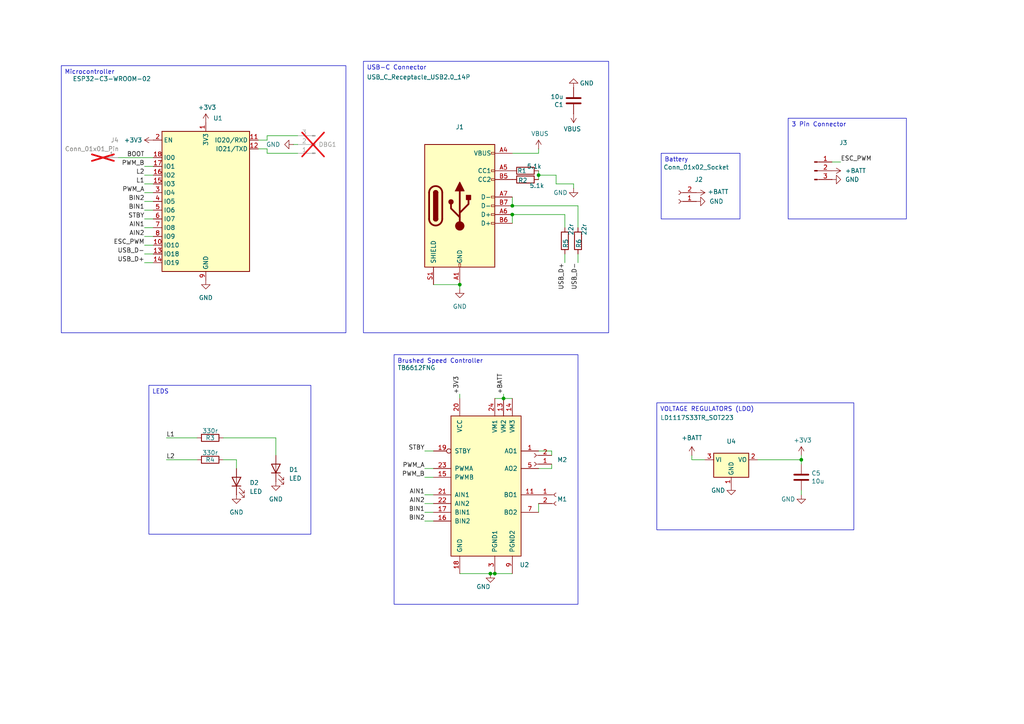
<source format=kicad_sch>
(kicad_sch
	(version 20250114)
	(generator "eeschema")
	(generator_version "9.0")
	(uuid "8ed2f3d0-7b52-4238-85e9-85e2bfa6cfdb")
	(paper "A4")
	(title_block
		(title "BATTLE BOT BRAIN")
		(date "2025-07-24")
	)
	(lib_symbols
		(symbol "Connector:Conn_01x01_Pin"
			(pin_names
				(offset 1.016)
				(hide yes)
			)
			(exclude_from_sim no)
			(in_bom yes)
			(on_board yes)
			(property "Reference" "J"
				(at 0 2.54 0)
				(effects
					(font
						(size 1.27 1.27)
					)
				)
			)
			(property "Value" "Conn_01x01_Pin"
				(at 0 -2.54 0)
				(effects
					(font
						(size 1.27 1.27)
					)
				)
			)
			(property "Footprint" ""
				(at 0 0 0)
				(effects
					(font
						(size 1.27 1.27)
					)
					(hide yes)
				)
			)
			(property "Datasheet" "~"
				(at 0 0 0)
				(effects
					(font
						(size 1.27 1.27)
					)
					(hide yes)
				)
			)
			(property "Description" "Generic connector, single row, 01x01, script generated"
				(at 0 0 0)
				(effects
					(font
						(size 1.27 1.27)
					)
					(hide yes)
				)
			)
			(property "ki_locked" ""
				(at 0 0 0)
				(effects
					(font
						(size 1.27 1.27)
					)
				)
			)
			(property "ki_keywords" "connector"
				(at 0 0 0)
				(effects
					(font
						(size 1.27 1.27)
					)
					(hide yes)
				)
			)
			(property "ki_fp_filters" "Connector*:*_1x??_*"
				(at 0 0 0)
				(effects
					(font
						(size 1.27 1.27)
					)
					(hide yes)
				)
			)
			(symbol "Conn_01x01_Pin_1_1"
				(rectangle
					(start 0.8636 0.127)
					(end 0 -0.127)
					(stroke
						(width 0.1524)
						(type default)
					)
					(fill
						(type outline)
					)
				)
				(polyline
					(pts
						(xy 1.27 0) (xy 0.8636 0)
					)
					(stroke
						(width 0.1524)
						(type default)
					)
					(fill
						(type none)
					)
				)
				(pin passive line
					(at 5.08 0 180)
					(length 3.81)
					(name "Pin_1"
						(effects
							(font
								(size 1.27 1.27)
							)
						)
					)
					(number "1"
						(effects
							(font
								(size 1.27 1.27)
							)
						)
					)
				)
			)
			(embedded_fonts no)
		)
		(symbol "Connector:Conn_01x02_Socket"
			(pin_names
				(offset 1.016)
				(hide yes)
			)
			(exclude_from_sim no)
			(in_bom yes)
			(on_board yes)
			(property "Reference" "J"
				(at 0 2.54 0)
				(effects
					(font
						(size 1.27 1.27)
					)
				)
			)
			(property "Value" "Conn_01x02_Socket"
				(at 0 -5.08 0)
				(effects
					(font
						(size 1.27 1.27)
					)
				)
			)
			(property "Footprint" ""
				(at 0 0 0)
				(effects
					(font
						(size 1.27 1.27)
					)
					(hide yes)
				)
			)
			(property "Datasheet" "~"
				(at 0 0 0)
				(effects
					(font
						(size 1.27 1.27)
					)
					(hide yes)
				)
			)
			(property "Description" "Generic connector, single row, 01x02, script generated"
				(at 0 0 0)
				(effects
					(font
						(size 1.27 1.27)
					)
					(hide yes)
				)
			)
			(property "ki_locked" ""
				(at 0 0 0)
				(effects
					(font
						(size 1.27 1.27)
					)
				)
			)
			(property "ki_keywords" "connector"
				(at 0 0 0)
				(effects
					(font
						(size 1.27 1.27)
					)
					(hide yes)
				)
			)
			(property "ki_fp_filters" "Connector*:*_1x??_*"
				(at 0 0 0)
				(effects
					(font
						(size 1.27 1.27)
					)
					(hide yes)
				)
			)
			(symbol "Conn_01x02_Socket_1_1"
				(polyline
					(pts
						(xy -1.27 0) (xy -0.508 0)
					)
					(stroke
						(width 0.1524)
						(type default)
					)
					(fill
						(type none)
					)
				)
				(polyline
					(pts
						(xy -1.27 -2.54) (xy -0.508 -2.54)
					)
					(stroke
						(width 0.1524)
						(type default)
					)
					(fill
						(type none)
					)
				)
				(arc
					(start 0 -0.508)
					(mid -0.5058 0)
					(end 0 0.508)
					(stroke
						(width 0.1524)
						(type default)
					)
					(fill
						(type none)
					)
				)
				(arc
					(start 0 -3.048)
					(mid -0.5058 -2.54)
					(end 0 -2.032)
					(stroke
						(width 0.1524)
						(type default)
					)
					(fill
						(type none)
					)
				)
				(pin passive line
					(at -5.08 0 0)
					(length 3.81)
					(name "Pin_1"
						(effects
							(font
								(size 1.27 1.27)
							)
						)
					)
					(number "1"
						(effects
							(font
								(size 1.27 1.27)
							)
						)
					)
				)
				(pin passive line
					(at -5.08 -2.54 0)
					(length 3.81)
					(name "Pin_2"
						(effects
							(font
								(size 1.27 1.27)
							)
						)
					)
					(number "2"
						(effects
							(font
								(size 1.27 1.27)
							)
						)
					)
				)
			)
			(embedded_fonts no)
		)
		(symbol "Connector:Conn_01x03_Pin"
			(pin_names
				(offset 1.016)
				(hide yes)
			)
			(exclude_from_sim no)
			(in_bom yes)
			(on_board yes)
			(property "Reference" "J"
				(at 0 5.08 0)
				(effects
					(font
						(size 1.27 1.27)
					)
				)
			)
			(property "Value" "Conn_01x03_Pin"
				(at 0 -5.08 0)
				(effects
					(font
						(size 1.27 1.27)
					)
				)
			)
			(property "Footprint" ""
				(at 0 0 0)
				(effects
					(font
						(size 1.27 1.27)
					)
					(hide yes)
				)
			)
			(property "Datasheet" "~"
				(at 0 0 0)
				(effects
					(font
						(size 1.27 1.27)
					)
					(hide yes)
				)
			)
			(property "Description" "Generic connector, single row, 01x03, script generated"
				(at 0 0 0)
				(effects
					(font
						(size 1.27 1.27)
					)
					(hide yes)
				)
			)
			(property "ki_locked" ""
				(at 0 0 0)
				(effects
					(font
						(size 1.27 1.27)
					)
				)
			)
			(property "ki_keywords" "connector"
				(at 0 0 0)
				(effects
					(font
						(size 1.27 1.27)
					)
					(hide yes)
				)
			)
			(property "ki_fp_filters" "Connector*:*_1x??_*"
				(at 0 0 0)
				(effects
					(font
						(size 1.27 1.27)
					)
					(hide yes)
				)
			)
			(symbol "Conn_01x03_Pin_1_1"
				(rectangle
					(start 0.8636 2.667)
					(end 0 2.413)
					(stroke
						(width 0.1524)
						(type default)
					)
					(fill
						(type outline)
					)
				)
				(rectangle
					(start 0.8636 0.127)
					(end 0 -0.127)
					(stroke
						(width 0.1524)
						(type default)
					)
					(fill
						(type outline)
					)
				)
				(rectangle
					(start 0.8636 -2.413)
					(end 0 -2.667)
					(stroke
						(width 0.1524)
						(type default)
					)
					(fill
						(type outline)
					)
				)
				(polyline
					(pts
						(xy 1.27 2.54) (xy 0.8636 2.54)
					)
					(stroke
						(width 0.1524)
						(type default)
					)
					(fill
						(type none)
					)
				)
				(polyline
					(pts
						(xy 1.27 0) (xy 0.8636 0)
					)
					(stroke
						(width 0.1524)
						(type default)
					)
					(fill
						(type none)
					)
				)
				(polyline
					(pts
						(xy 1.27 -2.54) (xy 0.8636 -2.54)
					)
					(stroke
						(width 0.1524)
						(type default)
					)
					(fill
						(type none)
					)
				)
				(pin passive line
					(at 5.08 2.54 180)
					(length 3.81)
					(name "Pin_1"
						(effects
							(font
								(size 1.27 1.27)
							)
						)
					)
					(number "1"
						(effects
							(font
								(size 1.27 1.27)
							)
						)
					)
				)
				(pin passive line
					(at 5.08 0 180)
					(length 3.81)
					(name "Pin_2"
						(effects
							(font
								(size 1.27 1.27)
							)
						)
					)
					(number "2"
						(effects
							(font
								(size 1.27 1.27)
							)
						)
					)
				)
				(pin passive line
					(at 5.08 -2.54 180)
					(length 3.81)
					(name "Pin_3"
						(effects
							(font
								(size 1.27 1.27)
							)
						)
					)
					(number "3"
						(effects
							(font
								(size 1.27 1.27)
							)
						)
					)
				)
			)
			(embedded_fonts no)
		)
		(symbol "Connector:USB_C_Receptacle_USB2.0_14P"
			(pin_names
				(offset 1.016)
			)
			(exclude_from_sim no)
			(in_bom yes)
			(on_board yes)
			(property "Reference" "J"
				(at 0 22.225 0)
				(effects
					(font
						(size 1.27 1.27)
					)
				)
			)
			(property "Value" "USB_C_Receptacle_USB2.0_14P"
				(at 0 19.685 0)
				(effects
					(font
						(size 1.27 1.27)
					)
				)
			)
			(property "Footprint" ""
				(at 3.81 0 0)
				(effects
					(font
						(size 1.27 1.27)
					)
					(hide yes)
				)
			)
			(property "Datasheet" "https://www.usb.org/sites/default/files/documents/usb_type-c.zip"
				(at 3.81 0 0)
				(effects
					(font
						(size 1.27 1.27)
					)
					(hide yes)
				)
			)
			(property "Description" "USB 2.0-only 14P Type-C Receptacle connector"
				(at 0 0 0)
				(effects
					(font
						(size 1.27 1.27)
					)
					(hide yes)
				)
			)
			(property "ki_keywords" "usb universal serial bus type-C USB2.0"
				(at 0 0 0)
				(effects
					(font
						(size 1.27 1.27)
					)
					(hide yes)
				)
			)
			(property "ki_fp_filters" "USB*C*Receptacle*"
				(at 0 0 0)
				(effects
					(font
						(size 1.27 1.27)
					)
					(hide yes)
				)
			)
			(symbol "USB_C_Receptacle_USB2.0_14P_0_0"
				(rectangle
					(start -0.254 -17.78)
					(end 0.254 -16.764)
					(stroke
						(width 0)
						(type default)
					)
					(fill
						(type none)
					)
				)
				(rectangle
					(start 10.16 15.494)
					(end 9.144 14.986)
					(stroke
						(width 0)
						(type default)
					)
					(fill
						(type none)
					)
				)
				(rectangle
					(start 10.16 10.414)
					(end 9.144 9.906)
					(stroke
						(width 0)
						(type default)
					)
					(fill
						(type none)
					)
				)
				(rectangle
					(start 10.16 7.874)
					(end 9.144 7.366)
					(stroke
						(width 0)
						(type default)
					)
					(fill
						(type none)
					)
				)
				(rectangle
					(start 10.16 2.794)
					(end 9.144 2.286)
					(stroke
						(width 0)
						(type default)
					)
					(fill
						(type none)
					)
				)
				(rectangle
					(start 10.16 0.254)
					(end 9.144 -0.254)
					(stroke
						(width 0)
						(type default)
					)
					(fill
						(type none)
					)
				)
				(rectangle
					(start 10.16 -2.286)
					(end 9.144 -2.794)
					(stroke
						(width 0)
						(type default)
					)
					(fill
						(type none)
					)
				)
				(rectangle
					(start 10.16 -4.826)
					(end 9.144 -5.334)
					(stroke
						(width 0)
						(type default)
					)
					(fill
						(type none)
					)
				)
			)
			(symbol "USB_C_Receptacle_USB2.0_14P_0_1"
				(rectangle
					(start -10.16 17.78)
					(end 10.16 -17.78)
					(stroke
						(width 0.254)
						(type default)
					)
					(fill
						(type background)
					)
				)
				(polyline
					(pts
						(xy -8.89 -3.81) (xy -8.89 3.81)
					)
					(stroke
						(width 0.508)
						(type default)
					)
					(fill
						(type none)
					)
				)
				(rectangle
					(start -7.62 -3.81)
					(end -6.35 3.81)
					(stroke
						(width 0.254)
						(type default)
					)
					(fill
						(type outline)
					)
				)
				(arc
					(start -7.62 3.81)
					(mid -6.985 4.4423)
					(end -6.35 3.81)
					(stroke
						(width 0.254)
						(type default)
					)
					(fill
						(type none)
					)
				)
				(arc
					(start -7.62 3.81)
					(mid -6.985 4.4423)
					(end -6.35 3.81)
					(stroke
						(width 0.254)
						(type default)
					)
					(fill
						(type outline)
					)
				)
				(arc
					(start -8.89 3.81)
					(mid -6.985 5.7067)
					(end -5.08 3.81)
					(stroke
						(width 0.508)
						(type default)
					)
					(fill
						(type none)
					)
				)
				(arc
					(start -5.08 -3.81)
					(mid -6.985 -5.7067)
					(end -8.89 -3.81)
					(stroke
						(width 0.508)
						(type default)
					)
					(fill
						(type none)
					)
				)
				(arc
					(start -6.35 -3.81)
					(mid -6.985 -4.4423)
					(end -7.62 -3.81)
					(stroke
						(width 0.254)
						(type default)
					)
					(fill
						(type none)
					)
				)
				(arc
					(start -6.35 -3.81)
					(mid -6.985 -4.4423)
					(end -7.62 -3.81)
					(stroke
						(width 0.254)
						(type default)
					)
					(fill
						(type outline)
					)
				)
				(polyline
					(pts
						(xy -5.08 3.81) (xy -5.08 -3.81)
					)
					(stroke
						(width 0.508)
						(type default)
					)
					(fill
						(type none)
					)
				)
				(circle
					(center -2.54 1.143)
					(radius 0.635)
					(stroke
						(width 0.254)
						(type default)
					)
					(fill
						(type outline)
					)
				)
				(polyline
					(pts
						(xy -1.27 4.318) (xy 0 6.858) (xy 1.27 4.318) (xy -1.27 4.318)
					)
					(stroke
						(width 0.254)
						(type default)
					)
					(fill
						(type outline)
					)
				)
				(polyline
					(pts
						(xy 0 -2.032) (xy 2.54 0.508) (xy 2.54 1.778)
					)
					(stroke
						(width 0.508)
						(type default)
					)
					(fill
						(type none)
					)
				)
				(polyline
					(pts
						(xy 0 -3.302) (xy -2.54 -0.762) (xy -2.54 0.508)
					)
					(stroke
						(width 0.508)
						(type default)
					)
					(fill
						(type none)
					)
				)
				(polyline
					(pts
						(xy 0 -5.842) (xy 0 4.318)
					)
					(stroke
						(width 0.508)
						(type default)
					)
					(fill
						(type none)
					)
				)
				(circle
					(center 0 -5.842)
					(radius 1.27)
					(stroke
						(width 0)
						(type default)
					)
					(fill
						(type outline)
					)
				)
				(rectangle
					(start 1.905 1.778)
					(end 3.175 3.048)
					(stroke
						(width 0.254)
						(type default)
					)
					(fill
						(type outline)
					)
				)
			)
			(symbol "USB_C_Receptacle_USB2.0_14P_1_1"
				(pin passive line
					(at -7.62 -22.86 90)
					(length 5.08)
					(name "SHIELD"
						(effects
							(font
								(size 1.27 1.27)
							)
						)
					)
					(number "S1"
						(effects
							(font
								(size 1.27 1.27)
							)
						)
					)
				)
				(pin passive line
					(at 0 -22.86 90)
					(length 5.08)
					(name "GND"
						(effects
							(font
								(size 1.27 1.27)
							)
						)
					)
					(number "A1"
						(effects
							(font
								(size 1.27 1.27)
							)
						)
					)
				)
				(pin passive line
					(at 0 -22.86 90)
					(length 5.08)
					(hide yes)
					(name "GND"
						(effects
							(font
								(size 1.27 1.27)
							)
						)
					)
					(number "A12"
						(effects
							(font
								(size 1.27 1.27)
							)
						)
					)
				)
				(pin passive line
					(at 0 -22.86 90)
					(length 5.08)
					(hide yes)
					(name "GND"
						(effects
							(font
								(size 1.27 1.27)
							)
						)
					)
					(number "B1"
						(effects
							(font
								(size 1.27 1.27)
							)
						)
					)
				)
				(pin passive line
					(at 0 -22.86 90)
					(length 5.08)
					(hide yes)
					(name "GND"
						(effects
							(font
								(size 1.27 1.27)
							)
						)
					)
					(number "B12"
						(effects
							(font
								(size 1.27 1.27)
							)
						)
					)
				)
				(pin passive line
					(at 15.24 15.24 180)
					(length 5.08)
					(name "VBUS"
						(effects
							(font
								(size 1.27 1.27)
							)
						)
					)
					(number "A4"
						(effects
							(font
								(size 1.27 1.27)
							)
						)
					)
				)
				(pin passive line
					(at 15.24 15.24 180)
					(length 5.08)
					(hide yes)
					(name "VBUS"
						(effects
							(font
								(size 1.27 1.27)
							)
						)
					)
					(number "A9"
						(effects
							(font
								(size 1.27 1.27)
							)
						)
					)
				)
				(pin passive line
					(at 15.24 15.24 180)
					(length 5.08)
					(hide yes)
					(name "VBUS"
						(effects
							(font
								(size 1.27 1.27)
							)
						)
					)
					(number "B4"
						(effects
							(font
								(size 1.27 1.27)
							)
						)
					)
				)
				(pin passive line
					(at 15.24 15.24 180)
					(length 5.08)
					(hide yes)
					(name "VBUS"
						(effects
							(font
								(size 1.27 1.27)
							)
						)
					)
					(number "B9"
						(effects
							(font
								(size 1.27 1.27)
							)
						)
					)
				)
				(pin bidirectional line
					(at 15.24 10.16 180)
					(length 5.08)
					(name "CC1"
						(effects
							(font
								(size 1.27 1.27)
							)
						)
					)
					(number "A5"
						(effects
							(font
								(size 1.27 1.27)
							)
						)
					)
				)
				(pin bidirectional line
					(at 15.24 7.62 180)
					(length 5.08)
					(name "CC2"
						(effects
							(font
								(size 1.27 1.27)
							)
						)
					)
					(number "B5"
						(effects
							(font
								(size 1.27 1.27)
							)
						)
					)
				)
				(pin bidirectional line
					(at 15.24 2.54 180)
					(length 5.08)
					(name "D-"
						(effects
							(font
								(size 1.27 1.27)
							)
						)
					)
					(number "A7"
						(effects
							(font
								(size 1.27 1.27)
							)
						)
					)
				)
				(pin bidirectional line
					(at 15.24 0 180)
					(length 5.08)
					(name "D-"
						(effects
							(font
								(size 1.27 1.27)
							)
						)
					)
					(number "B7"
						(effects
							(font
								(size 1.27 1.27)
							)
						)
					)
				)
				(pin bidirectional line
					(at 15.24 -2.54 180)
					(length 5.08)
					(name "D+"
						(effects
							(font
								(size 1.27 1.27)
							)
						)
					)
					(number "A6"
						(effects
							(font
								(size 1.27 1.27)
							)
						)
					)
				)
				(pin bidirectional line
					(at 15.24 -5.08 180)
					(length 5.08)
					(name "D+"
						(effects
							(font
								(size 1.27 1.27)
							)
						)
					)
					(number "B6"
						(effects
							(font
								(size 1.27 1.27)
							)
						)
					)
				)
			)
			(embedded_fonts no)
		)
		(symbol "Device:C"
			(pin_numbers
				(hide yes)
			)
			(pin_names
				(offset 0.254)
			)
			(exclude_from_sim no)
			(in_bom yes)
			(on_board yes)
			(property "Reference" "C"
				(at 0.635 2.54 0)
				(effects
					(font
						(size 1.27 1.27)
					)
					(justify left)
				)
			)
			(property "Value" "C"
				(at 0.635 -2.54 0)
				(effects
					(font
						(size 1.27 1.27)
					)
					(justify left)
				)
			)
			(property "Footprint" ""
				(at 0.9652 -3.81 0)
				(effects
					(font
						(size 1.27 1.27)
					)
					(hide yes)
				)
			)
			(property "Datasheet" "~"
				(at 0 0 0)
				(effects
					(font
						(size 1.27 1.27)
					)
					(hide yes)
				)
			)
			(property "Description" "Unpolarized capacitor"
				(at 0 0 0)
				(effects
					(font
						(size 1.27 1.27)
					)
					(hide yes)
				)
			)
			(property "ki_keywords" "cap capacitor"
				(at 0 0 0)
				(effects
					(font
						(size 1.27 1.27)
					)
					(hide yes)
				)
			)
			(property "ki_fp_filters" "C_*"
				(at 0 0 0)
				(effects
					(font
						(size 1.27 1.27)
					)
					(hide yes)
				)
			)
			(symbol "C_0_1"
				(polyline
					(pts
						(xy -2.032 0.762) (xy 2.032 0.762)
					)
					(stroke
						(width 0.508)
						(type default)
					)
					(fill
						(type none)
					)
				)
				(polyline
					(pts
						(xy -2.032 -0.762) (xy 2.032 -0.762)
					)
					(stroke
						(width 0.508)
						(type default)
					)
					(fill
						(type none)
					)
				)
			)
			(symbol "C_1_1"
				(pin passive line
					(at 0 3.81 270)
					(length 2.794)
					(name "~"
						(effects
							(font
								(size 1.27 1.27)
							)
						)
					)
					(number "1"
						(effects
							(font
								(size 1.27 1.27)
							)
						)
					)
				)
				(pin passive line
					(at 0 -3.81 90)
					(length 2.794)
					(name "~"
						(effects
							(font
								(size 1.27 1.27)
							)
						)
					)
					(number "2"
						(effects
							(font
								(size 1.27 1.27)
							)
						)
					)
				)
			)
			(embedded_fonts no)
		)
		(symbol "Device:LED"
			(pin_numbers
				(hide yes)
			)
			(pin_names
				(offset 1.016)
				(hide yes)
			)
			(exclude_from_sim no)
			(in_bom yes)
			(on_board yes)
			(property "Reference" "D"
				(at 0 2.54 0)
				(effects
					(font
						(size 1.27 1.27)
					)
				)
			)
			(property "Value" "LED"
				(at 0 -2.54 0)
				(effects
					(font
						(size 1.27 1.27)
					)
				)
			)
			(property "Footprint" ""
				(at 0 0 0)
				(effects
					(font
						(size 1.27 1.27)
					)
					(hide yes)
				)
			)
			(property "Datasheet" "~"
				(at 0 0 0)
				(effects
					(font
						(size 1.27 1.27)
					)
					(hide yes)
				)
			)
			(property "Description" "Light emitting diode"
				(at 0 0 0)
				(effects
					(font
						(size 1.27 1.27)
					)
					(hide yes)
				)
			)
			(property "Sim.Pins" "1=K 2=A"
				(at 0 0 0)
				(effects
					(font
						(size 1.27 1.27)
					)
					(hide yes)
				)
			)
			(property "ki_keywords" "LED diode"
				(at 0 0 0)
				(effects
					(font
						(size 1.27 1.27)
					)
					(hide yes)
				)
			)
			(property "ki_fp_filters" "LED* LED_SMD:* LED_THT:*"
				(at 0 0 0)
				(effects
					(font
						(size 1.27 1.27)
					)
					(hide yes)
				)
			)
			(symbol "LED_0_1"
				(polyline
					(pts
						(xy -3.048 -0.762) (xy -4.572 -2.286) (xy -3.81 -2.286) (xy -4.572 -2.286) (xy -4.572 -1.524)
					)
					(stroke
						(width 0)
						(type default)
					)
					(fill
						(type none)
					)
				)
				(polyline
					(pts
						(xy -1.778 -0.762) (xy -3.302 -2.286) (xy -2.54 -2.286) (xy -3.302 -2.286) (xy -3.302 -1.524)
					)
					(stroke
						(width 0)
						(type default)
					)
					(fill
						(type none)
					)
				)
				(polyline
					(pts
						(xy -1.27 0) (xy 1.27 0)
					)
					(stroke
						(width 0)
						(type default)
					)
					(fill
						(type none)
					)
				)
				(polyline
					(pts
						(xy -1.27 -1.27) (xy -1.27 1.27)
					)
					(stroke
						(width 0.254)
						(type default)
					)
					(fill
						(type none)
					)
				)
				(polyline
					(pts
						(xy 1.27 -1.27) (xy 1.27 1.27) (xy -1.27 0) (xy 1.27 -1.27)
					)
					(stroke
						(width 0.254)
						(type default)
					)
					(fill
						(type none)
					)
				)
			)
			(symbol "LED_1_1"
				(pin passive line
					(at -3.81 0 0)
					(length 2.54)
					(name "K"
						(effects
							(font
								(size 1.27 1.27)
							)
						)
					)
					(number "1"
						(effects
							(font
								(size 1.27 1.27)
							)
						)
					)
				)
				(pin passive line
					(at 3.81 0 180)
					(length 2.54)
					(name "A"
						(effects
							(font
								(size 1.27 1.27)
							)
						)
					)
					(number "2"
						(effects
							(font
								(size 1.27 1.27)
							)
						)
					)
				)
			)
			(embedded_fonts no)
		)
		(symbol "Device:R"
			(pin_numbers
				(hide yes)
			)
			(pin_names
				(offset 0)
			)
			(exclude_from_sim no)
			(in_bom yes)
			(on_board yes)
			(property "Reference" "R"
				(at 2.032 0 90)
				(effects
					(font
						(size 1.27 1.27)
					)
				)
			)
			(property "Value" "R"
				(at 0 0 90)
				(effects
					(font
						(size 1.27 1.27)
					)
				)
			)
			(property "Footprint" ""
				(at -1.778 0 90)
				(effects
					(font
						(size 1.27 1.27)
					)
					(hide yes)
				)
			)
			(property "Datasheet" "~"
				(at 0 0 0)
				(effects
					(font
						(size 1.27 1.27)
					)
					(hide yes)
				)
			)
			(property "Description" "Resistor"
				(at 0 0 0)
				(effects
					(font
						(size 1.27 1.27)
					)
					(hide yes)
				)
			)
			(property "ki_keywords" "R res resistor"
				(at 0 0 0)
				(effects
					(font
						(size 1.27 1.27)
					)
					(hide yes)
				)
			)
			(property "ki_fp_filters" "R_*"
				(at 0 0 0)
				(effects
					(font
						(size 1.27 1.27)
					)
					(hide yes)
				)
			)
			(symbol "R_0_1"
				(rectangle
					(start -1.016 -2.54)
					(end 1.016 2.54)
					(stroke
						(width 0.254)
						(type default)
					)
					(fill
						(type none)
					)
				)
			)
			(symbol "R_1_1"
				(pin passive line
					(at 0 3.81 270)
					(length 1.27)
					(name "~"
						(effects
							(font
								(size 1.27 1.27)
							)
						)
					)
					(number "1"
						(effects
							(font
								(size 1.27 1.27)
							)
						)
					)
				)
				(pin passive line
					(at 0 -3.81 90)
					(length 1.27)
					(name "~"
						(effects
							(font
								(size 1.27 1.27)
							)
						)
					)
					(number "2"
						(effects
							(font
								(size 1.27 1.27)
							)
						)
					)
				)
			)
			(embedded_fonts no)
		)
		(symbol "Driver_Motor:TB6612FNG"
			(pin_names
				(offset 1.016)
			)
			(exclude_from_sim no)
			(in_bom yes)
			(on_board yes)
			(property "Reference" "U"
				(at 11.43 17.78 0)
				(effects
					(font
						(size 1.27 1.27)
					)
					(justify left)
				)
			)
			(property "Value" "TB6612FNG"
				(at 11.43 15.24 0)
				(effects
					(font
						(size 1.27 1.27)
					)
					(justify left)
				)
			)
			(property "Footprint" "Package_SO:SSOP-24_5.3x8.2mm_P0.65mm"
				(at 33.02 -22.86 0)
				(effects
					(font
						(size 1.27 1.27)
					)
					(hide yes)
				)
			)
			(property "Datasheet" "https://toshiba.semicon-storage.com/us/product/linear/motordriver/detail.TB6612FNG.html"
				(at 11.43 15.24 0)
				(effects
					(font
						(size 1.27 1.27)
					)
					(hide yes)
				)
			)
			(property "Description" "Driver IC for Dual DC motor, SSOP-24"
				(at 0 0 0)
				(effects
					(font
						(size 1.27 1.27)
					)
					(hide yes)
				)
			)
			(property "ki_keywords" "H-bridge motor driver"
				(at 0 0 0)
				(effects
					(font
						(size 1.27 1.27)
					)
					(hide yes)
				)
			)
			(property "ki_fp_filters" "SSOP*5.3x8.2mm*P0.65mm*"
				(at 0 0 0)
				(effects
					(font
						(size 1.27 1.27)
					)
					(hide yes)
				)
			)
			(symbol "TB6612FNG_0_1"
				(rectangle
					(start -10.16 20.32)
					(end 10.16 -20.32)
					(stroke
						(width 0.254)
						(type default)
					)
					(fill
						(type background)
					)
				)
			)
			(symbol "TB6612FNG_1_1"
				(pin input inverted
					(at -15.24 10.16 0)
					(length 5.08)
					(name "STBY"
						(effects
							(font
								(size 1.27 1.27)
							)
						)
					)
					(number "19"
						(effects
							(font
								(size 1.27 1.27)
							)
						)
					)
				)
				(pin input line
					(at -15.24 5.08 0)
					(length 5.08)
					(name "PWMA"
						(effects
							(font
								(size 1.27 1.27)
							)
						)
					)
					(number "23"
						(effects
							(font
								(size 1.27 1.27)
							)
						)
					)
				)
				(pin input line
					(at -15.24 2.54 0)
					(length 5.08)
					(name "PWMB"
						(effects
							(font
								(size 1.27 1.27)
							)
						)
					)
					(number "15"
						(effects
							(font
								(size 1.27 1.27)
							)
						)
					)
				)
				(pin input line
					(at -15.24 -2.54 0)
					(length 5.08)
					(name "AIN1"
						(effects
							(font
								(size 1.27 1.27)
							)
						)
					)
					(number "21"
						(effects
							(font
								(size 1.27 1.27)
							)
						)
					)
				)
				(pin input line
					(at -15.24 -5.08 0)
					(length 5.08)
					(name "AIN2"
						(effects
							(font
								(size 1.27 1.27)
							)
						)
					)
					(number "22"
						(effects
							(font
								(size 1.27 1.27)
							)
						)
					)
				)
				(pin input line
					(at -15.24 -7.62 0)
					(length 5.08)
					(name "BIN1"
						(effects
							(font
								(size 1.27 1.27)
							)
						)
					)
					(number "17"
						(effects
							(font
								(size 1.27 1.27)
							)
						)
					)
				)
				(pin input line
					(at -15.24 -10.16 0)
					(length 5.08)
					(name "BIN2"
						(effects
							(font
								(size 1.27 1.27)
							)
						)
					)
					(number "16"
						(effects
							(font
								(size 1.27 1.27)
							)
						)
					)
				)
				(pin power_in line
					(at -7.62 25.4 270)
					(length 5.08)
					(name "VCC"
						(effects
							(font
								(size 1.27 1.27)
							)
						)
					)
					(number "20"
						(effects
							(font
								(size 1.27 1.27)
							)
						)
					)
				)
				(pin power_in line
					(at -7.62 -25.4 90)
					(length 5.08)
					(name "GND"
						(effects
							(font
								(size 1.27 1.27)
							)
						)
					)
					(number "18"
						(effects
							(font
								(size 1.27 1.27)
							)
						)
					)
				)
				(pin power_in line
					(at 2.54 25.4 270)
					(length 5.08)
					(name "VM1"
						(effects
							(font
								(size 1.27 1.27)
							)
						)
					)
					(number "24"
						(effects
							(font
								(size 1.27 1.27)
							)
						)
					)
				)
				(pin power_in line
					(at 2.54 -25.4 90)
					(length 5.08)
					(name "PGND1"
						(effects
							(font
								(size 1.27 1.27)
							)
						)
					)
					(number "3"
						(effects
							(font
								(size 1.27 1.27)
							)
						)
					)
				)
				(pin passive line
					(at 2.54 -25.4 90)
					(length 5.08)
					(hide yes)
					(name "PGND1"
						(effects
							(font
								(size 1.27 1.27)
							)
						)
					)
					(number "4"
						(effects
							(font
								(size 1.27 1.27)
							)
						)
					)
				)
				(pin power_in line
					(at 5.08 25.4 270)
					(length 5.08)
					(name "VM2"
						(effects
							(font
								(size 1.27 1.27)
							)
						)
					)
					(number "13"
						(effects
							(font
								(size 1.27 1.27)
							)
						)
					)
				)
				(pin power_in line
					(at 7.62 25.4 270)
					(length 5.08)
					(name "VM3"
						(effects
							(font
								(size 1.27 1.27)
							)
						)
					)
					(number "14"
						(effects
							(font
								(size 1.27 1.27)
							)
						)
					)
				)
				(pin passive line
					(at 7.62 -25.4 90)
					(length 5.08)
					(hide yes)
					(name "PGND2"
						(effects
							(font
								(size 1.27 1.27)
							)
						)
					)
					(number "10"
						(effects
							(font
								(size 1.27 1.27)
							)
						)
					)
				)
				(pin power_in line
					(at 7.62 -25.4 90)
					(length 5.08)
					(name "PGND2"
						(effects
							(font
								(size 1.27 1.27)
							)
						)
					)
					(number "9"
						(effects
							(font
								(size 1.27 1.27)
							)
						)
					)
				)
				(pin output line
					(at 15.24 10.16 180)
					(length 5.08)
					(name "AO1"
						(effects
							(font
								(size 1.27 1.27)
							)
						)
					)
					(number "1"
						(effects
							(font
								(size 1.27 1.27)
							)
						)
					)
				)
				(pin passive line
					(at 15.24 10.16 180)
					(length 5.08)
					(hide yes)
					(name "AO1"
						(effects
							(font
								(size 1.27 1.27)
							)
						)
					)
					(number "2"
						(effects
							(font
								(size 1.27 1.27)
							)
						)
					)
				)
				(pin output line
					(at 15.24 5.08 180)
					(length 5.08)
					(name "AO2"
						(effects
							(font
								(size 1.27 1.27)
							)
						)
					)
					(number "5"
						(effects
							(font
								(size 1.27 1.27)
							)
						)
					)
				)
				(pin passive line
					(at 15.24 5.08 180)
					(length 5.08)
					(hide yes)
					(name "AO2"
						(effects
							(font
								(size 1.27 1.27)
							)
						)
					)
					(number "6"
						(effects
							(font
								(size 1.27 1.27)
							)
						)
					)
				)
				(pin output line
					(at 15.24 -2.54 180)
					(length 5.08)
					(name "BO1"
						(effects
							(font
								(size 1.27 1.27)
							)
						)
					)
					(number "11"
						(effects
							(font
								(size 1.27 1.27)
							)
						)
					)
				)
				(pin passive line
					(at 15.24 -2.54 180)
					(length 5.08)
					(hide yes)
					(name "BO1"
						(effects
							(font
								(size 1.27 1.27)
							)
						)
					)
					(number "12"
						(effects
							(font
								(size 1.27 1.27)
							)
						)
					)
				)
				(pin output line
					(at 15.24 -7.62 180)
					(length 5.08)
					(name "BO2"
						(effects
							(font
								(size 1.27 1.27)
							)
						)
					)
					(number "7"
						(effects
							(font
								(size 1.27 1.27)
							)
						)
					)
				)
				(pin passive line
					(at 15.24 -7.62 180)
					(length 5.08)
					(hide yes)
					(name "BO2"
						(effects
							(font
								(size 1.27 1.27)
							)
						)
					)
					(number "8"
						(effects
							(font
								(size 1.27 1.27)
							)
						)
					)
				)
			)
			(embedded_fonts no)
		)
		(symbol "RF_Module:ESP32-C3-WROOM-02"
			(exclude_from_sim no)
			(in_bom yes)
			(on_board yes)
			(property "Reference" "U"
				(at -12.192 21.336 0)
				(effects
					(font
						(size 1.27 1.27)
					)
				)
			)
			(property "Value" "ESP32-C3-WROOM-02"
				(at 12.192 21.336 0)
				(effects
					(font
						(size 1.27 1.27)
					)
				)
			)
			(property "Footprint" "RF_Module:ESP32-C3-WROOM-02"
				(at 0 0.635 0)
				(effects
					(font
						(size 1.27 1.27)
					)
					(hide yes)
				)
			)
			(property "Datasheet" "https://www.espressif.com/sites/default/files/documentation/esp32-c3-wroom-02_datasheet_en.pdf"
				(at 0 0.635 0)
				(effects
					(font
						(size 1.27 1.27)
					)
					(hide yes)
				)
			)
			(property "Description" "802.11 b/g/n Wi­Fi and Bluetooth 5 module, ESP32­C3 SoC, RISC­V microprocessor, On-board antenna"
				(at 0 0.635 0)
				(effects
					(font
						(size 1.27 1.27)
					)
					(hide yes)
				)
			)
			(property "ki_keywords" "esp32 espressif WiFi Bluetooth LE"
				(at 0 0 0)
				(effects
					(font
						(size 1.27 1.27)
					)
					(hide yes)
				)
			)
			(property "ki_fp_filters" "ESP32?C3*WROOM?02*"
				(at 0 0 0)
				(effects
					(font
						(size 1.27 1.27)
					)
					(hide yes)
				)
			)
			(symbol "ESP32-C3-WROOM-02_1_1"
				(rectangle
					(start -12.7 20.32)
					(end 12.7 -20.32)
					(stroke
						(width 0.254)
						(type default)
					)
					(fill
						(type background)
					)
				)
				(pin input line
					(at -15.24 17.78 0)
					(length 2.54)
					(name "EN"
						(effects
							(font
								(size 1.27 1.27)
							)
						)
					)
					(number "2"
						(effects
							(font
								(size 1.27 1.27)
							)
						)
					)
				)
				(pin bidirectional line
					(at -15.24 12.7 0)
					(length 2.54)
					(name "IO0"
						(effects
							(font
								(size 1.27 1.27)
							)
						)
					)
					(number "18"
						(effects
							(font
								(size 1.27 1.27)
							)
						)
					)
				)
				(pin bidirectional line
					(at -15.24 10.16 0)
					(length 2.54)
					(name "IO1"
						(effects
							(font
								(size 1.27 1.27)
							)
						)
					)
					(number "17"
						(effects
							(font
								(size 1.27 1.27)
							)
						)
					)
				)
				(pin bidirectional line
					(at -15.24 7.62 0)
					(length 2.54)
					(name "IO2"
						(effects
							(font
								(size 1.27 1.27)
							)
						)
					)
					(number "16"
						(effects
							(font
								(size 1.27 1.27)
							)
						)
					)
				)
				(pin bidirectional line
					(at -15.24 5.08 0)
					(length 2.54)
					(name "IO3"
						(effects
							(font
								(size 1.27 1.27)
							)
						)
					)
					(number "15"
						(effects
							(font
								(size 1.27 1.27)
							)
						)
					)
				)
				(pin bidirectional line
					(at -15.24 2.54 0)
					(length 2.54)
					(name "IO4"
						(effects
							(font
								(size 1.27 1.27)
							)
						)
					)
					(number "3"
						(effects
							(font
								(size 1.27 1.27)
							)
						)
					)
				)
				(pin bidirectional line
					(at -15.24 0 0)
					(length 2.54)
					(name "IO5"
						(effects
							(font
								(size 1.27 1.27)
							)
						)
					)
					(number "4"
						(effects
							(font
								(size 1.27 1.27)
							)
						)
					)
				)
				(pin bidirectional line
					(at -15.24 -2.54 0)
					(length 2.54)
					(name "IO6"
						(effects
							(font
								(size 1.27 1.27)
							)
						)
					)
					(number "5"
						(effects
							(font
								(size 1.27 1.27)
							)
						)
					)
				)
				(pin bidirectional line
					(at -15.24 -5.08 0)
					(length 2.54)
					(name "IO7"
						(effects
							(font
								(size 1.27 1.27)
							)
						)
					)
					(number "6"
						(effects
							(font
								(size 1.27 1.27)
							)
						)
					)
				)
				(pin bidirectional line
					(at -15.24 -7.62 0)
					(length 2.54)
					(name "IO8"
						(effects
							(font
								(size 1.27 1.27)
							)
						)
					)
					(number "7"
						(effects
							(font
								(size 1.27 1.27)
							)
						)
					)
				)
				(pin bidirectional line
					(at -15.24 -10.16 0)
					(length 2.54)
					(name "IO9"
						(effects
							(font
								(size 1.27 1.27)
							)
						)
					)
					(number "8"
						(effects
							(font
								(size 1.27 1.27)
							)
						)
					)
				)
				(pin bidirectional line
					(at -15.24 -12.7 0)
					(length 2.54)
					(name "IO10"
						(effects
							(font
								(size 1.27 1.27)
							)
						)
					)
					(number "10"
						(effects
							(font
								(size 1.27 1.27)
							)
						)
					)
				)
				(pin bidirectional line
					(at -15.24 -15.24 0)
					(length 2.54)
					(name "IO18"
						(effects
							(font
								(size 1.27 1.27)
							)
						)
					)
					(number "13"
						(effects
							(font
								(size 1.27 1.27)
							)
						)
					)
				)
				(pin bidirectional line
					(at -15.24 -17.78 0)
					(length 2.54)
					(name "IO19"
						(effects
							(font
								(size 1.27 1.27)
							)
						)
					)
					(number "14"
						(effects
							(font
								(size 1.27 1.27)
							)
						)
					)
				)
				(pin power_in line
					(at 0 22.86 270)
					(length 2.54)
					(name "3V3"
						(effects
							(font
								(size 1.27 1.27)
							)
						)
					)
					(number "1"
						(effects
							(font
								(size 1.27 1.27)
							)
						)
					)
				)
				(pin passive line
					(at 0 -22.86 90)
					(length 2.54)
					(hide yes)
					(name "GND"
						(effects
							(font
								(size 1.27 1.27)
							)
						)
					)
					(number "19"
						(effects
							(font
								(size 1.27 1.27)
							)
						)
					)
				)
				(pin power_in line
					(at 0 -22.86 90)
					(length 2.54)
					(name "GND"
						(effects
							(font
								(size 1.27 1.27)
							)
						)
					)
					(number "9"
						(effects
							(font
								(size 1.27 1.27)
							)
						)
					)
				)
				(pin bidirectional line
					(at 15.24 17.78 180)
					(length 2.54)
					(name "IO20/RXD"
						(effects
							(font
								(size 1.27 1.27)
							)
						)
					)
					(number "11"
						(effects
							(font
								(size 1.27 1.27)
							)
						)
					)
				)
				(pin bidirectional line
					(at 15.24 15.24 180)
					(length 2.54)
					(name "IO21/TXD"
						(effects
							(font
								(size 1.27 1.27)
							)
						)
					)
					(number "12"
						(effects
							(font
								(size 1.27 1.27)
							)
						)
					)
				)
			)
			(embedded_fonts no)
		)
		(symbol "Regulator_Linear:LD1117S33TR_SOT223"
			(exclude_from_sim no)
			(in_bom yes)
			(on_board yes)
			(property "Reference" "U"
				(at -3.81 3.175 0)
				(effects
					(font
						(size 1.27 1.27)
					)
				)
			)
			(property "Value" "LD1117S33TR_SOT223"
				(at 0 3.175 0)
				(effects
					(font
						(size 1.27 1.27)
					)
					(justify left)
				)
			)
			(property "Footprint" "Package_TO_SOT_SMD:SOT-223-3_TabPin2"
				(at 0 5.08 0)
				(effects
					(font
						(size 1.27 1.27)
					)
					(hide yes)
				)
			)
			(property "Datasheet" "http://www.st.com/st-web-ui/static/active/en/resource/technical/document/datasheet/CD00000544.pdf"
				(at 2.54 -6.35 0)
				(effects
					(font
						(size 1.27 1.27)
					)
					(hide yes)
				)
			)
			(property "Description" "800mA Fixed Low Drop Positive Voltage Regulator, Fixed Output 3.3V, SOT-223"
				(at 0 0 0)
				(effects
					(font
						(size 1.27 1.27)
					)
					(hide yes)
				)
			)
			(property "ki_keywords" "REGULATOR LDO 3.3V"
				(at 0 0 0)
				(effects
					(font
						(size 1.27 1.27)
					)
					(hide yes)
				)
			)
			(property "ki_fp_filters" "SOT?223*TabPin2*"
				(at 0 0 0)
				(effects
					(font
						(size 1.27 1.27)
					)
					(hide yes)
				)
			)
			(symbol "LD1117S33TR_SOT223_0_1"
				(rectangle
					(start -5.08 -5.08)
					(end 5.08 1.905)
					(stroke
						(width 0.254)
						(type default)
					)
					(fill
						(type background)
					)
				)
			)
			(symbol "LD1117S33TR_SOT223_1_1"
				(pin power_in line
					(at -7.62 0 0)
					(length 2.54)
					(name "VI"
						(effects
							(font
								(size 1.27 1.27)
							)
						)
					)
					(number "3"
						(effects
							(font
								(size 1.27 1.27)
							)
						)
					)
				)
				(pin power_in line
					(at 0 -7.62 90)
					(length 2.54)
					(name "GND"
						(effects
							(font
								(size 1.27 1.27)
							)
						)
					)
					(number "1"
						(effects
							(font
								(size 1.27 1.27)
							)
						)
					)
				)
				(pin power_out line
					(at 7.62 0 180)
					(length 2.54)
					(name "VO"
						(effects
							(font
								(size 1.27 1.27)
							)
						)
					)
					(number "2"
						(effects
							(font
								(size 1.27 1.27)
							)
						)
					)
				)
			)
			(embedded_fonts no)
		)
		(symbol "power:+3V3"
			(power)
			(pin_numbers
				(hide yes)
			)
			(pin_names
				(offset 0)
				(hide yes)
			)
			(exclude_from_sim no)
			(in_bom yes)
			(on_board yes)
			(property "Reference" "#PWR"
				(at 0 -3.81 0)
				(effects
					(font
						(size 1.27 1.27)
					)
					(hide yes)
				)
			)
			(property "Value" "+3V3"
				(at 0 3.556 0)
				(effects
					(font
						(size 1.27 1.27)
					)
				)
			)
			(property "Footprint" ""
				(at 0 0 0)
				(effects
					(font
						(size 1.27 1.27)
					)
					(hide yes)
				)
			)
			(property "Datasheet" ""
				(at 0 0 0)
				(effects
					(font
						(size 1.27 1.27)
					)
					(hide yes)
				)
			)
			(property "Description" "Power symbol creates a global label with name \"+3V3\""
				(at 0 0 0)
				(effects
					(font
						(size 1.27 1.27)
					)
					(hide yes)
				)
			)
			(property "ki_keywords" "global power"
				(at 0 0 0)
				(effects
					(font
						(size 1.27 1.27)
					)
					(hide yes)
				)
			)
			(symbol "+3V3_0_1"
				(polyline
					(pts
						(xy -0.762 1.27) (xy 0 2.54)
					)
					(stroke
						(width 0)
						(type default)
					)
					(fill
						(type none)
					)
				)
				(polyline
					(pts
						(xy 0 2.54) (xy 0.762 1.27)
					)
					(stroke
						(width 0)
						(type default)
					)
					(fill
						(type none)
					)
				)
				(polyline
					(pts
						(xy 0 0) (xy 0 2.54)
					)
					(stroke
						(width 0)
						(type default)
					)
					(fill
						(type none)
					)
				)
			)
			(symbol "+3V3_1_1"
				(pin power_in line
					(at 0 0 90)
					(length 0)
					(name "~"
						(effects
							(font
								(size 1.27 1.27)
							)
						)
					)
					(number "1"
						(effects
							(font
								(size 1.27 1.27)
							)
						)
					)
				)
			)
			(embedded_fonts no)
		)
		(symbol "power:+BATT"
			(power)
			(pin_numbers
				(hide yes)
			)
			(pin_names
				(offset 0)
				(hide yes)
			)
			(exclude_from_sim no)
			(in_bom yes)
			(on_board yes)
			(property "Reference" "#PWR"
				(at 0 -3.81 0)
				(effects
					(font
						(size 1.27 1.27)
					)
					(hide yes)
				)
			)
			(property "Value" "+BATT"
				(at 0 3.556 0)
				(effects
					(font
						(size 1.27 1.27)
					)
				)
			)
			(property "Footprint" ""
				(at 0 0 0)
				(effects
					(font
						(size 1.27 1.27)
					)
					(hide yes)
				)
			)
			(property "Datasheet" ""
				(at 0 0 0)
				(effects
					(font
						(size 1.27 1.27)
					)
					(hide yes)
				)
			)
			(property "Description" "Power symbol creates a global label with name \"+BATT\""
				(at 0 0 0)
				(effects
					(font
						(size 1.27 1.27)
					)
					(hide yes)
				)
			)
			(property "ki_keywords" "global power battery"
				(at 0 0 0)
				(effects
					(font
						(size 1.27 1.27)
					)
					(hide yes)
				)
			)
			(symbol "+BATT_0_1"
				(polyline
					(pts
						(xy -0.762 1.27) (xy 0 2.54)
					)
					(stroke
						(width 0)
						(type default)
					)
					(fill
						(type none)
					)
				)
				(polyline
					(pts
						(xy 0 2.54) (xy 0.762 1.27)
					)
					(stroke
						(width 0)
						(type default)
					)
					(fill
						(type none)
					)
				)
				(polyline
					(pts
						(xy 0 0) (xy 0 2.54)
					)
					(stroke
						(width 0)
						(type default)
					)
					(fill
						(type none)
					)
				)
			)
			(symbol "+BATT_1_1"
				(pin power_in line
					(at 0 0 90)
					(length 0)
					(name "~"
						(effects
							(font
								(size 1.27 1.27)
							)
						)
					)
					(number "1"
						(effects
							(font
								(size 1.27 1.27)
							)
						)
					)
				)
			)
			(embedded_fonts no)
		)
		(symbol "power:GND"
			(power)
			(pin_numbers
				(hide yes)
			)
			(pin_names
				(offset 0)
				(hide yes)
			)
			(exclude_from_sim no)
			(in_bom yes)
			(on_board yes)
			(property "Reference" "#PWR"
				(at 0 -6.35 0)
				(effects
					(font
						(size 1.27 1.27)
					)
					(hide yes)
				)
			)
			(property "Value" "GND"
				(at 0 -3.81 0)
				(effects
					(font
						(size 1.27 1.27)
					)
				)
			)
			(property "Footprint" ""
				(at 0 0 0)
				(effects
					(font
						(size 1.27 1.27)
					)
					(hide yes)
				)
			)
			(property "Datasheet" ""
				(at 0 0 0)
				(effects
					(font
						(size 1.27 1.27)
					)
					(hide yes)
				)
			)
			(property "Description" "Power symbol creates a global label with name \"GND\" , ground"
				(at 0 0 0)
				(effects
					(font
						(size 1.27 1.27)
					)
					(hide yes)
				)
			)
			(property "ki_keywords" "global power"
				(at 0 0 0)
				(effects
					(font
						(size 1.27 1.27)
					)
					(hide yes)
				)
			)
			(symbol "GND_0_1"
				(polyline
					(pts
						(xy 0 0) (xy 0 -1.27) (xy 1.27 -1.27) (xy 0 -2.54) (xy -1.27 -1.27) (xy 0 -1.27)
					)
					(stroke
						(width 0)
						(type default)
					)
					(fill
						(type none)
					)
				)
			)
			(symbol "GND_1_1"
				(pin power_in line
					(at 0 0 270)
					(length 0)
					(name "~"
						(effects
							(font
								(size 1.27 1.27)
							)
						)
					)
					(number "1"
						(effects
							(font
								(size 1.27 1.27)
							)
						)
					)
				)
			)
			(embedded_fonts no)
		)
		(symbol "power:VBUS"
			(power)
			(pin_numbers
				(hide yes)
			)
			(pin_names
				(offset 0)
				(hide yes)
			)
			(exclude_from_sim no)
			(in_bom yes)
			(on_board yes)
			(property "Reference" "#PWR"
				(at 0 -3.81 0)
				(effects
					(font
						(size 1.27 1.27)
					)
					(hide yes)
				)
			)
			(property "Value" "VBUS"
				(at 0 3.556 0)
				(effects
					(font
						(size 1.27 1.27)
					)
				)
			)
			(property "Footprint" ""
				(at 0 0 0)
				(effects
					(font
						(size 1.27 1.27)
					)
					(hide yes)
				)
			)
			(property "Datasheet" ""
				(at 0 0 0)
				(effects
					(font
						(size 1.27 1.27)
					)
					(hide yes)
				)
			)
			(property "Description" "Power symbol creates a global label with name \"VBUS\""
				(at 0 0 0)
				(effects
					(font
						(size 1.27 1.27)
					)
					(hide yes)
				)
			)
			(property "ki_keywords" "global power"
				(at 0 0 0)
				(effects
					(font
						(size 1.27 1.27)
					)
					(hide yes)
				)
			)
			(symbol "VBUS_0_1"
				(polyline
					(pts
						(xy -0.762 1.27) (xy 0 2.54)
					)
					(stroke
						(width 0)
						(type default)
					)
					(fill
						(type none)
					)
				)
				(polyline
					(pts
						(xy 0 2.54) (xy 0.762 1.27)
					)
					(stroke
						(width 0)
						(type default)
					)
					(fill
						(type none)
					)
				)
				(polyline
					(pts
						(xy 0 0) (xy 0 2.54)
					)
					(stroke
						(width 0)
						(type default)
					)
					(fill
						(type none)
					)
				)
			)
			(symbol "VBUS_1_1"
				(pin power_in line
					(at 0 0 90)
					(length 0)
					(name "~"
						(effects
							(font
								(size 1.27 1.27)
							)
						)
					)
					(number "1"
						(effects
							(font
								(size 1.27 1.27)
							)
						)
					)
				)
			)
			(embedded_fonts no)
		)
	)
	(text_box "USB-C Connector"
		(exclude_from_sim no)
		(at 105.41 17.78 0)
		(size 71.12 78.74)
		(margins 0.9525 0.9525 0.9525 0.9525)
		(stroke
			(width 0)
			(type solid)
		)
		(fill
			(type none)
		)
		(effects
			(font
				(size 1.27 1.27)
			)
			(justify left top)
		)
		(uuid "121f0375-143a-496b-8a82-b76ee53da182")
	)
	(text_box "Microcontroller"
		(exclude_from_sim no)
		(at 17.78 19.05 0)
		(size 82.55 77.47)
		(margins 0.9525 0.9525 0.9525 0.9525)
		(stroke
			(width 0)
			(type solid)
		)
		(fill
			(type none)
		)
		(effects
			(font
				(size 1.27 1.27)
			)
			(justify left top)
		)
		(uuid "14062aed-560b-4504-9d84-da905adc8544")
	)
	(text_box "Battery"
		(exclude_from_sim no)
		(at 191.77 44.45 0)
		(size 22.86 19.05)
		(margins 0.9525 0.9525 0.9525 0.9525)
		(stroke
			(width 0)
			(type solid)
		)
		(fill
			(type none)
		)
		(effects
			(font
				(size 1.27 1.27)
			)
			(justify left top)
		)
		(uuid "480c55da-fc33-47dd-9a67-2f70d567400a")
	)
	(text_box "Brushed Speed Controller"
		(exclude_from_sim no)
		(at 114.3 102.87 0)
		(size 53.34 72.39)
		(margins 0.9525 0.9525 0.9525 0.9525)
		(stroke
			(width 0)
			(type solid)
		)
		(fill
			(type none)
		)
		(effects
			(font
				(size 1.27 1.27)
			)
			(justify left top)
		)
		(uuid "c11cb80b-3f62-4584-9aef-19ba33a293c5")
	)
	(text_box "VOLTAGE REGULATORS (LDO)"
		(exclude_from_sim no)
		(at 190.5 116.84 0)
		(size 57.15 36.83)
		(margins 0.9525 0.9525 0.9525 0.9525)
		(stroke
			(width 0)
			(type solid)
		)
		(fill
			(type none)
		)
		(effects
			(font
				(size 1.27 1.27)
			)
			(justify left top)
		)
		(uuid "e3947017-da10-425e-a96d-cf6582c6ddb8")
	)
	(text_box "3 Pin Connector"
		(exclude_from_sim no)
		(at 228.6 34.29 0)
		(size 34.29 29.21)
		(margins 0.9525 0.9525 0.9525 0.9525)
		(stroke
			(width 0)
			(type solid)
		)
		(fill
			(type none)
		)
		(effects
			(font
				(size 1.27 1.27)
			)
			(justify left top)
		)
		(uuid "e7e4ec23-5685-4bf5-943a-bdde9937f1db")
	)
	(text_box "LEDS"
		(exclude_from_sim no)
		(at 43.18 111.76 0)
		(size 46.99 43.18)
		(margins 0.9525 0.9525 0.9525 0.9525)
		(stroke
			(width 0)
			(type solid)
		)
		(fill
			(type none)
		)
		(effects
			(font
				(size 1.27 1.27)
			)
			(justify left top)
		)
		(uuid "fc252456-0844-4b08-b1a0-1c4711460133")
	)
	(junction
		(at 148.59 62.23)
		(diameter 0)
		(color 0 0 0 0)
		(uuid "04e49d09-4daa-4bba-be43-3cc49cdade2e")
	)
	(junction
		(at 156.21 50.8)
		(diameter 0)
		(color 0 0 0 0)
		(uuid "65d7cf2b-c5c0-40d4-a861-5da88a6df688")
	)
	(junction
		(at 146.05 115.57)
		(diameter 0)
		(color 0 0 0 0)
		(uuid "6e4ca2d6-7718-405a-a7c8-f01d1025fcc7")
	)
	(junction
		(at 148.59 59.69)
		(diameter 0)
		(color 0 0 0 0)
		(uuid "81334c4e-7204-4ba4-a755-0ef186384dc6")
	)
	(junction
		(at 133.35 82.55)
		(diameter 0)
		(color 0 0 0 0)
		(uuid "8a3ae044-005c-4607-a902-34a31c43d0c6")
	)
	(junction
		(at 143.51 166.37)
		(diameter 0)
		(color 0 0 0 0)
		(uuid "da9e460a-ff8b-47f2-b21f-2c202eb0811e")
	)
	(junction
		(at 232.41 133.35)
		(diameter 0)
		(color 0 0 0 0)
		(uuid "ef2c553f-ad91-48de-b7c4-77219d3b4abb")
	)
	(junction
		(at 142.24 166.37)
		(diameter 0)
		(color 0 0 0 0)
		(uuid "ef52b471-5633-4a66-9a8d-48d21f74433b")
	)
	(wire
		(pts
			(xy 41.91 53.34) (xy 44.45 53.34)
		)
		(stroke
			(width 0)
			(type default)
		)
		(uuid "057a4816-7141-4b49-9c42-0829951f5d8b")
	)
	(wire
		(pts
			(xy 160.02 135.89) (xy 160.02 134.62)
		)
		(stroke
			(width 0)
			(type default)
		)
		(uuid "05c2e5cd-b806-4422-ac7d-00ff9396a491")
	)
	(wire
		(pts
			(xy 161.29 50.8) (xy 156.21 50.8)
		)
		(stroke
			(width 0)
			(type default)
		)
		(uuid "07bf0ee3-3d2e-4094-98c1-6cd8effd53a1")
	)
	(wire
		(pts
			(xy 156.21 49.53) (xy 156.21 50.8)
		)
		(stroke
			(width 0)
			(type default)
		)
		(uuid "07dec7b4-5959-46eb-8fc3-e995b9fe7ba1")
	)
	(wire
		(pts
			(xy 156.21 50.8) (xy 156.21 52.07)
		)
		(stroke
			(width 0)
			(type default)
		)
		(uuid "0febec95-49ed-4985-81ec-a49f186a29bf")
	)
	(wire
		(pts
			(xy 167.64 59.69) (xy 167.64 66.04)
		)
		(stroke
			(width 0)
			(type default)
		)
		(uuid "17623a21-405f-42ac-9f6c-20bb004f77f3")
	)
	(wire
		(pts
			(xy 64.77 127) (xy 80.01 127)
		)
		(stroke
			(width 0)
			(type default)
		)
		(uuid "1efb9b06-dfe4-4201-974c-bbc12cc0d775")
	)
	(wire
		(pts
			(xy 86.36 41.91) (xy 85.09 41.91)
		)
		(stroke
			(width 0)
			(type default)
		)
		(uuid "1f24ec57-1fe3-4e10-97b5-73cc9022b643")
	)
	(wire
		(pts
			(xy 156.21 130.81) (xy 160.02 130.81)
		)
		(stroke
			(width 0)
			(type default)
		)
		(uuid "2938eefd-154c-454b-aec4-69e1662e1f2a")
	)
	(wire
		(pts
			(xy 200.66 133.35) (xy 204.47 133.35)
		)
		(stroke
			(width 0)
			(type default)
		)
		(uuid "34b26b59-4d79-4596-9b02-c98f8466d27e")
	)
	(wire
		(pts
			(xy 166.37 53.34) (xy 166.37 54.61)
		)
		(stroke
			(width 0)
			(type default)
		)
		(uuid "3b4ccb4d-11a0-4694-8e3e-9c9691ceb7e1")
	)
	(wire
		(pts
			(xy 156.21 135.89) (xy 160.02 135.89)
		)
		(stroke
			(width 0)
			(type default)
		)
		(uuid "3b4e5941-00a1-48b9-bdce-2bf59be91533")
	)
	(wire
		(pts
			(xy 41.91 55.88) (xy 44.45 55.88)
		)
		(stroke
			(width 0)
			(type default)
		)
		(uuid "3f4f9a0b-f7bc-48bf-b089-aef0d4ada082")
	)
	(wire
		(pts
			(xy 133.35 83.82) (xy 133.35 82.55)
		)
		(stroke
			(width 0)
			(type default)
		)
		(uuid "428c3dfd-a41b-4e10-99f3-2071bfd5dcef")
	)
	(wire
		(pts
			(xy 146.05 115.57) (xy 148.59 115.57)
		)
		(stroke
			(width 0)
			(type default)
		)
		(uuid "447e05f2-5613-47fd-922c-a610217a9b27")
	)
	(wire
		(pts
			(xy 41.91 48.26) (xy 44.45 48.26)
		)
		(stroke
			(width 0)
			(type default)
		)
		(uuid "4502e638-0d82-4f3b-8bca-7eb34b95cf01")
	)
	(wire
		(pts
			(xy 41.91 66.04) (xy 44.45 66.04)
		)
		(stroke
			(width 0)
			(type default)
		)
		(uuid "460c9a78-49ca-4b1f-a4c5-b33586cedd5a")
	)
	(wire
		(pts
			(xy 133.35 166.37) (xy 142.24 166.37)
		)
		(stroke
			(width 0)
			(type default)
		)
		(uuid "49c4db3d-051f-494a-b9d0-dc8768c9c672")
	)
	(wire
		(pts
			(xy 123.19 151.13) (xy 125.73 151.13)
		)
		(stroke
			(width 0)
			(type default)
		)
		(uuid "54fcf640-4260-42c3-a9be-4813f9cc3e37")
	)
	(wire
		(pts
			(xy 148.59 62.23) (xy 163.83 62.23)
		)
		(stroke
			(width 0)
			(type default)
		)
		(uuid "579dad71-d9f9-4924-9ebf-0db2681a1cfd")
	)
	(wire
		(pts
			(xy 41.91 73.66) (xy 44.45 73.66)
		)
		(stroke
			(width 0)
			(type default)
		)
		(uuid "582419eb-2ced-40cf-a1f4-d68f0fc09c69")
	)
	(wire
		(pts
			(xy 74.93 43.18) (xy 77.47 43.18)
		)
		(stroke
			(width 0)
			(type default)
		)
		(uuid "5abf050a-768b-4cdd-bbc5-4c5fe5f05560")
	)
	(wire
		(pts
			(xy 160.02 130.81) (xy 160.02 132.08)
		)
		(stroke
			(width 0)
			(type default)
		)
		(uuid "5b7db839-fd46-4840-8721-a94be6c27027")
	)
	(wire
		(pts
			(xy 48.26 127) (xy 57.15 127)
		)
		(stroke
			(width 0)
			(type default)
		)
		(uuid "5f7058c5-aa0f-4e76-8cb4-c133bfad3d4d")
	)
	(wire
		(pts
			(xy 163.83 62.23) (xy 163.83 66.04)
		)
		(stroke
			(width 0)
			(type default)
		)
		(uuid "67b9b45a-24a3-4c7f-9506-10eac21f2209")
	)
	(wire
		(pts
			(xy 146.05 114.3) (xy 146.05 115.57)
		)
		(stroke
			(width 0)
			(type default)
		)
		(uuid "6c92ac64-3b2b-4a32-b1bf-72a2dfea9400")
	)
	(wire
		(pts
			(xy 123.19 143.51) (xy 125.73 143.51)
		)
		(stroke
			(width 0)
			(type default)
		)
		(uuid "6ca178d4-4eb0-4371-b87c-1b11f92f9ad9")
	)
	(wire
		(pts
			(xy 48.26 133.35) (xy 57.15 133.35)
		)
		(stroke
			(width 0)
			(type default)
		)
		(uuid "6d9e80b5-1394-446d-adf8-b1db05f6219f")
	)
	(wire
		(pts
			(xy 86.36 39.37) (xy 77.47 39.37)
		)
		(stroke
			(width 0)
			(type default)
		)
		(uuid "6f64cdf8-8e2a-4ddd-9d9e-ca586978ca1d")
	)
	(wire
		(pts
			(xy 232.41 132.08) (xy 232.41 133.35)
		)
		(stroke
			(width 0)
			(type default)
		)
		(uuid "71d9c68e-5aeb-45a2-a0c8-eefca3f9edd1")
	)
	(wire
		(pts
			(xy 156.21 146.05) (xy 156.21 148.59)
		)
		(stroke
			(width 0)
			(type default)
		)
		(uuid "730a95fd-8ddb-43f2-8ee4-8535be9be313")
	)
	(wire
		(pts
			(xy 41.91 76.2) (xy 44.45 76.2)
		)
		(stroke
			(width 0)
			(type default)
		)
		(uuid "76987dfa-b70a-47c9-abc9-271fa92a76a5")
	)
	(wire
		(pts
			(xy 123.19 138.43) (xy 125.73 138.43)
		)
		(stroke
			(width 0)
			(type default)
		)
		(uuid "794eb5df-9889-472a-97b0-69ff96f808d2")
	)
	(wire
		(pts
			(xy 34.29 45.72) (xy 44.45 45.72)
		)
		(stroke
			(width 0)
			(type default)
		)
		(uuid "7b0a1cfa-f627-4d74-b0b3-8c19cf28e09f")
	)
	(wire
		(pts
			(xy 125.73 82.55) (xy 133.35 82.55)
		)
		(stroke
			(width 0)
			(type default)
		)
		(uuid "7ecfaac2-6c67-4de3-9f99-bd44109a4e38")
	)
	(wire
		(pts
			(xy 41.91 60.96) (xy 44.45 60.96)
		)
		(stroke
			(width 0)
			(type default)
		)
		(uuid "803d8064-e55c-4859-a92a-cd66032ae393")
	)
	(wire
		(pts
			(xy 163.83 73.66) (xy 163.83 76.2)
		)
		(stroke
			(width 0)
			(type default)
		)
		(uuid "854e3152-2fb0-43a6-b7e4-399be5104c99")
	)
	(wire
		(pts
			(xy 123.19 130.81) (xy 125.73 130.81)
		)
		(stroke
			(width 0)
			(type default)
		)
		(uuid "886e4a1c-fe54-4e04-9c96-0dbc3047941c")
	)
	(wire
		(pts
			(xy 41.91 58.42) (xy 44.45 58.42)
		)
		(stroke
			(width 0)
			(type default)
		)
		(uuid "8a3b1dbf-4fca-4c6d-9afb-57da0b228d49")
	)
	(wire
		(pts
			(xy 77.47 40.64) (xy 74.93 40.64)
		)
		(stroke
			(width 0)
			(type default)
		)
		(uuid "8b0b5e3e-c7d7-4fa4-bacf-5b317142dc4c")
	)
	(wire
		(pts
			(xy 143.51 115.57) (xy 146.05 115.57)
		)
		(stroke
			(width 0)
			(type default)
		)
		(uuid "8c610e2c-8e4b-485e-9c15-e32540ed6d29")
	)
	(wire
		(pts
			(xy 232.41 142.24) (xy 232.41 143.51)
		)
		(stroke
			(width 0)
			(type default)
		)
		(uuid "9369fda7-4702-48cb-a4a4-2f11cacbb329")
	)
	(wire
		(pts
			(xy 148.59 59.69) (xy 167.64 59.69)
		)
		(stroke
			(width 0)
			(type default)
		)
		(uuid "93c4f004-6996-453d-b5ff-514b79a26369")
	)
	(wire
		(pts
			(xy 142.24 166.37) (xy 143.51 166.37)
		)
		(stroke
			(width 0)
			(type default)
		)
		(uuid "99af4492-8572-4406-9d38-c98d60cf0c83")
	)
	(wire
		(pts
			(xy 166.37 53.34) (xy 161.29 53.34)
		)
		(stroke
			(width 0)
			(type default)
		)
		(uuid "9ce1923c-51d8-45ec-aaea-80055b08513f")
	)
	(wire
		(pts
			(xy 41.91 63.5) (xy 44.45 63.5)
		)
		(stroke
			(width 0)
			(type default)
		)
		(uuid "a17dcc18-c02d-45b8-89d8-5a037911809c")
	)
	(wire
		(pts
			(xy 161.29 53.34) (xy 161.29 50.8)
		)
		(stroke
			(width 0)
			(type default)
		)
		(uuid "a8ee1278-2009-4be9-8d52-07377cca38b4")
	)
	(wire
		(pts
			(xy 200.66 132.08) (xy 200.66 133.35)
		)
		(stroke
			(width 0)
			(type default)
		)
		(uuid "ae0d3594-0714-4035-9578-fb3510e11306")
	)
	(wire
		(pts
			(xy 148.59 59.69) (xy 148.59 57.15)
		)
		(stroke
			(width 0)
			(type default)
		)
		(uuid "b1bb77f1-9dad-4943-aa5c-76755f4413bd")
	)
	(wire
		(pts
			(xy 68.58 133.35) (xy 68.58 135.89)
		)
		(stroke
			(width 0)
			(type default)
		)
		(uuid "b6920313-1d6d-402f-8499-88a2c654636e")
	)
	(wire
		(pts
			(xy 167.64 73.66) (xy 167.64 76.2)
		)
		(stroke
			(width 0)
			(type default)
		)
		(uuid "b6bdf013-aadd-462a-9afa-5c64b0d239c2")
	)
	(wire
		(pts
			(xy 133.35 114.3) (xy 133.35 115.57)
		)
		(stroke
			(width 0)
			(type default)
		)
		(uuid "b8366cf3-dcd5-4f68-ad10-82c64dfc3a65")
	)
	(wire
		(pts
			(xy 41.91 71.12) (xy 44.45 71.12)
		)
		(stroke
			(width 0)
			(type default)
		)
		(uuid "bd204a34-2ef9-42f7-9ec0-c998a76be275")
	)
	(wire
		(pts
			(xy 80.01 127) (xy 80.01 132.08)
		)
		(stroke
			(width 0)
			(type default)
		)
		(uuid "c6846bb4-77ad-41ba-84a5-d38ea5c8359b")
	)
	(wire
		(pts
			(xy 219.71 133.35) (xy 232.41 133.35)
		)
		(stroke
			(width 0)
			(type default)
		)
		(uuid "d103c588-6a67-4e26-bf99-498e7cb49a34")
	)
	(wire
		(pts
			(xy 243.84 46.99) (xy 241.3 46.99)
		)
		(stroke
			(width 0)
			(type default)
		)
		(uuid "d48b6d33-78d5-4502-abe0-b074c0c7590b")
	)
	(wire
		(pts
			(xy 77.47 39.37) (xy 77.47 40.64)
		)
		(stroke
			(width 0)
			(type default)
		)
		(uuid "d5b98065-b3f4-42e9-b6c3-f62964a5e4ba")
	)
	(wire
		(pts
			(xy 77.47 43.18) (xy 77.47 44.45)
		)
		(stroke
			(width 0)
			(type default)
		)
		(uuid "d6ebff2b-2186-4515-a70c-9177a99bb44c")
	)
	(wire
		(pts
			(xy 148.59 62.23) (xy 148.59 64.77)
		)
		(stroke
			(width 0)
			(type default)
		)
		(uuid "d7fea8b7-75ca-49d2-9ab1-60795b48452c")
	)
	(wire
		(pts
			(xy 41.91 68.58) (xy 44.45 68.58)
		)
		(stroke
			(width 0)
			(type default)
		)
		(uuid "d98192f6-a173-46fe-9b8a-70a65b165b9d")
	)
	(wire
		(pts
			(xy 41.91 50.8) (xy 44.45 50.8)
		)
		(stroke
			(width 0)
			(type default)
		)
		(uuid "ddffc600-0bd8-44bf-a98c-137346c3ab82")
	)
	(wire
		(pts
			(xy 148.59 44.45) (xy 156.21 44.45)
		)
		(stroke
			(width 0)
			(type default)
		)
		(uuid "e2a630ea-0d25-4432-aac5-efc7c8410ec2")
	)
	(wire
		(pts
			(xy 123.19 146.05) (xy 125.73 146.05)
		)
		(stroke
			(width 0)
			(type default)
		)
		(uuid "e2d080dc-dfbe-4569-bf06-ee71a65ed35d")
	)
	(wire
		(pts
			(xy 143.51 166.37) (xy 148.59 166.37)
		)
		(stroke
			(width 0)
			(type default)
		)
		(uuid "e342661d-f93c-41f3-ba05-ded8890065fc")
	)
	(wire
		(pts
			(xy 123.19 148.59) (xy 125.73 148.59)
		)
		(stroke
			(width 0)
			(type default)
		)
		(uuid "e64ba972-0da5-4126-91fc-8f4be5d8bdad")
	)
	(wire
		(pts
			(xy 64.77 133.35) (xy 68.58 133.35)
		)
		(stroke
			(width 0)
			(type default)
		)
		(uuid "e6cfc757-cc80-4d65-8458-2b34b4d5c0cc")
	)
	(wire
		(pts
			(xy 77.47 44.45) (xy 86.36 44.45)
		)
		(stroke
			(width 0)
			(type default)
		)
		(uuid "e7c77e82-5c0c-402d-9ca1-f8bd68933d3d")
	)
	(wire
		(pts
			(xy 123.19 135.89) (xy 125.73 135.89)
		)
		(stroke
			(width 0)
			(type default)
		)
		(uuid "f6fa504f-1e10-4fae-b12f-f33c6b764aa3")
	)
	(wire
		(pts
			(xy 156.21 43.18) (xy 156.21 44.45)
		)
		(stroke
			(width 0)
			(type default)
		)
		(uuid "fd4b41d5-c17d-4fd1-8bc6-da27ae905d7d")
	)
	(wire
		(pts
			(xy 232.41 133.35) (xy 232.41 134.62)
		)
		(stroke
			(width 0)
			(type default)
		)
		(uuid "ff2f847b-b4e2-49e7-9c32-43cd1d411db3")
	)
	(label "PWM_A"
		(at 123.19 135.89 180)
		(effects
			(font
				(size 1.27 1.27)
			)
			(justify right bottom)
		)
		(uuid "0431223c-4592-4249-8e77-aa7ef5861d31")
	)
	(label "STBY"
		(at 41.91 63.5 180)
		(effects
			(font
				(size 1.27 1.27)
			)
			(justify right bottom)
		)
		(uuid "0441f0d1-0df3-41cd-a44d-115fe4758a50")
	)
	(label "L2"
		(at 41.91 50.8 180)
		(effects
			(font
				(size 1.27 1.27)
			)
			(justify right bottom)
		)
		(uuid "06769b0d-47f4-40c4-8599-8f2056638a30")
	)
	(label "USB_D-"
		(at 167.64 76.2 270)
		(effects
			(font
				(size 1.27 1.27)
			)
			(justify right bottom)
		)
		(uuid "1278aa3d-9fbc-4ca3-92ce-7e852b26b0b4")
	)
	(label "PWM_A"
		(at 41.91 55.88 180)
		(effects
			(font
				(size 1.27 1.27)
			)
			(justify right bottom)
		)
		(uuid "1bc72b5f-2291-485a-8ef5-c7f44872da20")
	)
	(label "BIN2"
		(at 41.91 58.42 180)
		(effects
			(font
				(size 1.27 1.27)
			)
			(justify right bottom)
		)
		(uuid "4787bc51-6dd7-4227-ba19-9f0acd59dadb")
	)
	(label "+3V3"
		(at 133.35 114.3 90)
		(effects
			(font
				(size 1.27 1.27)
			)
			(justify left bottom)
		)
		(uuid "5b6d60d1-1968-4cbd-894b-182789425c8c")
	)
	(label "L1"
		(at 41.91 53.34 180)
		(effects
			(font
				(size 1.27 1.27)
			)
			(justify right bottom)
		)
		(uuid "633829b8-497a-4ca1-87f7-681195a1c983")
	)
	(label "ESC_PWM"
		(at 243.84 46.99 0)
		(effects
			(font
				(size 1.27 1.27)
			)
			(justify left bottom)
		)
		(uuid "6be10c12-4507-49e0-bb07-aa18bc9781be")
	)
	(label "AIN2"
		(at 41.91 68.58 180)
		(effects
			(font
				(size 1.27 1.27)
			)
			(justify right bottom)
		)
		(uuid "900d4bd8-fcd5-4121-a343-00f5b3240bf7")
	)
	(label "L1"
		(at 48.26 127 0)
		(effects
			(font
				(size 1.27 1.27)
			)
			(justify left bottom)
		)
		(uuid "90ad9d71-b035-413a-869f-7a199c27c0c8")
	)
	(label "USB_D+"
		(at 41.91 76.2 180)
		(effects
			(font
				(size 1.27 1.27)
			)
			(justify right bottom)
		)
		(uuid "932443fe-4eac-4d25-ae9f-05d4ab58bf52")
	)
	(label "BIN2"
		(at 123.19 151.13 180)
		(effects
			(font
				(size 1.27 1.27)
			)
			(justify right bottom)
		)
		(uuid "96318455-e182-4bc8-ab31-3ac78ca66244")
	)
	(label "AIN1"
		(at 41.91 66.04 180)
		(effects
			(font
				(size 1.27 1.27)
			)
			(justify right bottom)
		)
		(uuid "a5629a85-77d9-4f14-8656-0645361b540b")
	)
	(label "BOOT"
		(at 41.91 45.72 180)
		(effects
			(font
				(size 1.27 1.27)
			)
			(justify right bottom)
		)
		(uuid "abb5c02e-b941-4a7c-a23e-6810d8ff693d")
	)
	(label "PWM_B"
		(at 123.19 138.43 180)
		(effects
			(font
				(size 1.27 1.27)
			)
			(justify right bottom)
		)
		(uuid "b0de629a-6ca8-4c52-99f1-32cd1fab3333")
	)
	(label "STBY"
		(at 123.19 130.81 180)
		(effects
			(font
				(size 1.27 1.27)
			)
			(justify right bottom)
		)
		(uuid "b25ecf1c-a09f-41fd-ae6c-b73d5c08e7c0")
	)
	(label "USB_D-"
		(at 41.91 73.66 180)
		(effects
			(font
				(size 1.27 1.27)
			)
			(justify right bottom)
		)
		(uuid "b59ca00e-dd5f-409b-bca9-4cb4986c0c22")
	)
	(label "ESC_PWM"
		(at 41.91 71.12 180)
		(effects
			(font
				(size 1.27 1.27)
			)
			(justify right bottom)
		)
		(uuid "c0a04a19-f815-435e-a9c9-0c973ad7f26a")
	)
	(label "AIN2"
		(at 123.19 146.05 180)
		(effects
			(font
				(size 1.27 1.27)
			)
			(justify right bottom)
		)
		(uuid "c1040380-c829-4379-807e-e8c50ad7266c")
	)
	(label "BIN1"
		(at 41.91 60.96 180)
		(effects
			(font
				(size 1.27 1.27)
			)
			(justify right bottom)
		)
		(uuid "c61346ee-41b6-4228-9ce1-a5560b3bd5be")
	)
	(label "USB_D+"
		(at 163.83 76.2 270)
		(effects
			(font
				(size 1.27 1.27)
			)
			(justify right bottom)
		)
		(uuid "d6137fd9-cedc-4d6f-883c-a863d7538c8d")
	)
	(label "L2"
		(at 48.26 133.35 0)
		(effects
			(font
				(size 1.27 1.27)
			)
			(justify left bottom)
		)
		(uuid "e7400de6-3d80-46b7-9923-db06bfe9f2ff")
	)
	(label "PWM_B"
		(at 41.91 48.26 180)
		(effects
			(font
				(size 1.27 1.27)
			)
			(justify right bottom)
		)
		(uuid "e74cc59b-081a-4d7a-868f-5bc2aa20e3ae")
	)
	(label "BIN1"
		(at 123.19 148.59 180)
		(effects
			(font
				(size 1.27 1.27)
			)
			(justify right bottom)
		)
		(uuid "e9c7e2f3-aead-4542-91e5-f41e56a91daf")
	)
	(label "+BATT"
		(at 146.05 114.3 90)
		(effects
			(font
				(size 1.27 1.27)
			)
			(justify left bottom)
		)
		(uuid "ee819bc5-6b5d-4004-aa8a-3fee66090d75")
	)
	(label "AIN1"
		(at 123.19 143.51 180)
		(effects
			(font
				(size 1.27 1.27)
			)
			(justify right bottom)
		)
		(uuid "f4f69eb9-1f04-4e2e-bc8c-364419be6855")
	)
	(symbol
		(lib_id "power:GND")
		(at 166.37 54.61 0)
		(unit 1)
		(exclude_from_sim no)
		(in_bom yes)
		(on_board yes)
		(dnp no)
		(uuid "0559e6cb-e1f6-4e49-b9ba-48eb4408c9e4")
		(property "Reference" "#PWR02"
			(at 166.37 60.96 0)
			(effects
				(font
					(size 1.27 1.27)
				)
				(hide yes)
			)
		)
		(property "Value" "GND"
			(at 162.56 55.88 0)
			(effects
				(font
					(size 1.27 1.27)
				)
			)
		)
		(property "Footprint" ""
			(at 166.37 54.61 0)
			(effects
				(font
					(size 1.27 1.27)
				)
				(hide yes)
			)
		)
		(property "Datasheet" ""
			(at 166.37 54.61 0)
			(effects
				(font
					(size 1.27 1.27)
				)
				(hide yes)
			)
		)
		(property "Description" "Power symbol creates a global label with name \"GND\" , ground"
			(at 166.37 54.61 0)
			(effects
				(font
					(size 1.27 1.27)
				)
				(hide yes)
			)
		)
		(pin "1"
			(uuid "ada0fdc4-4af8-440a-b8a7-56721f70f542")
		)
		(instances
			(project "Battle_Bot_Mind"
				(path "/8ed2f3d0-7b52-4238-85e9-85e2bfa6cfdb"
					(reference "#PWR02")
					(unit 1)
				)
			)
		)
	)
	(symbol
		(lib_id "power:+BATT")
		(at 200.66 132.08 0)
		(unit 1)
		(exclude_from_sim no)
		(in_bom yes)
		(on_board yes)
		(dnp no)
		(fields_autoplaced yes)
		(uuid "0f79e858-ba48-48b1-a24b-b5c5333c85f8")
		(property "Reference" "#PWR066"
			(at 200.66 135.89 0)
			(effects
				(font
					(size 1.27 1.27)
				)
				(hide yes)
			)
		)
		(property "Value" "+BATT"
			(at 200.66 127 0)
			(effects
				(font
					(size 1.27 1.27)
				)
			)
		)
		(property "Footprint" ""
			(at 200.66 132.08 0)
			(effects
				(font
					(size 1.27 1.27)
				)
				(hide yes)
			)
		)
		(property "Datasheet" ""
			(at 200.66 132.08 0)
			(effects
				(font
					(size 1.27 1.27)
				)
				(hide yes)
			)
		)
		(property "Description" "Power symbol creates a global label with name \"+BATT\""
			(at 200.66 132.08 0)
			(effects
				(font
					(size 1.27 1.27)
				)
				(hide yes)
			)
		)
		(pin "1"
			(uuid "4a9a506b-f291-4eb8-a013-ac23de2adb28")
		)
		(instances
			(project "Battle_Bot_Mind"
				(path "/8ed2f3d0-7b52-4238-85e9-85e2bfa6cfdb"
					(reference "#PWR066")
					(unit 1)
				)
			)
		)
	)
	(symbol
		(lib_id "power:+3V3")
		(at 232.41 132.08 0)
		(unit 1)
		(exclude_from_sim no)
		(in_bom yes)
		(on_board yes)
		(dnp no)
		(uuid "17df35ec-2527-404b-aca8-1f69e885a0ff")
		(property "Reference" "#PWR010"
			(at 232.41 135.89 0)
			(effects
				(font
					(size 1.27 1.27)
				)
				(hide yes)
			)
		)
		(property "Value" "+3V3"
			(at 232.791 127.6858 0)
			(effects
				(font
					(size 1.27 1.27)
				)
			)
		)
		(property "Footprint" ""
			(at 232.41 132.08 0)
			(effects
				(font
					(size 1.27 1.27)
				)
				(hide yes)
			)
		)
		(property "Datasheet" ""
			(at 232.41 132.08 0)
			(effects
				(font
					(size 1.27 1.27)
				)
				(hide yes)
			)
		)
		(property "Description" "Power symbol creates a global label with name \"+3V3\""
			(at 232.41 132.08 0)
			(effects
				(font
					(size 1.27 1.27)
				)
				(hide yes)
			)
		)
		(pin "1"
			(uuid "c22da5d2-f39f-47f5-8367-a0353e58651f")
		)
		(instances
			(project "Battle_Bot_Mind"
				(path "/8ed2f3d0-7b52-4238-85e9-85e2bfa6cfdb"
					(reference "#PWR010")
					(unit 1)
				)
			)
		)
	)
	(symbol
		(lib_id "Connector:Conn_01x03_Pin")
		(at 236.22 49.53 0)
		(unit 1)
		(exclude_from_sim no)
		(in_bom yes)
		(on_board yes)
		(dnp no)
		(uuid "1c7b06b4-ed9e-4cc3-a77f-5e595fb9d55f")
		(property "Reference" "J3"
			(at 244.602 41.402 0)
			(effects
				(font
					(size 1.27 1.27)
				)
			)
		)
		(property "Value" "Conn_01x03_Pin"
			(at 237.236 43.18 0)
			(effects
				(font
					(size 1.27 1.27)
				)
				(hide yes)
			)
		)
		(property "Footprint" "Connector_PinHeader_2.00mm:PinHeader_1x03_P2.00mm_Vertical"
			(at 236.22 49.53 0)
			(effects
				(font
					(size 1.27 1.27)
				)
				(hide yes)
			)
		)
		(property "Datasheet" "~"
			(at 236.22 49.53 0)
			(effects
				(font
					(size 1.27 1.27)
				)
				(hide yes)
			)
		)
		(property "Description" "Generic connector, single row, 01x03, script generated"
			(at 236.22 49.53 0)
			(effects
				(font
					(size 1.27 1.27)
				)
				(hide yes)
			)
		)
		(pin "2"
			(uuid "931b59c5-d0ca-4278-b59b-d2eb722b6ebe")
		)
		(pin "1"
			(uuid "346cdbae-e920-4a3d-8294-66188541dfec")
		)
		(pin "3"
			(uuid "48573752-0e24-4944-a914-b6e6da47fcdf")
		)
		(instances
			(project ""
				(path "/8ed2f3d0-7b52-4238-85e9-85e2bfa6cfdb"
					(reference "J3")
					(unit 1)
				)
			)
		)
	)
	(symbol
		(lib_id "power:+BATT")
		(at 201.93 55.88 270)
		(unit 1)
		(exclude_from_sim no)
		(in_bom yes)
		(on_board yes)
		(dnp no)
		(uuid "2dabed88-bd12-4318-92b3-eb4ae7ddd044")
		(property "Reference" "#PWR04"
			(at 198.12 55.88 0)
			(effects
				(font
					(size 1.27 1.27)
				)
				(hide yes)
			)
		)
		(property "Value" "+BATT"
			(at 208.28 55.626 90)
			(effects
				(font
					(size 1.27 1.27)
				)
			)
		)
		(property "Footprint" ""
			(at 201.93 55.88 0)
			(effects
				(font
					(size 1.27 1.27)
				)
				(hide yes)
			)
		)
		(property "Datasheet" ""
			(at 201.93 55.88 0)
			(effects
				(font
					(size 1.27 1.27)
				)
				(hide yes)
			)
		)
		(property "Description" "Power symbol creates a global label with name \"+BATT\""
			(at 201.93 55.88 0)
			(effects
				(font
					(size 1.27 1.27)
				)
				(hide yes)
			)
		)
		(pin "1"
			(uuid "f1152121-fd22-4901-b6c7-d0bf2c0a64ca")
		)
		(instances
			(project "Battle_Bot_Mind"
				(path "/8ed2f3d0-7b52-4238-85e9-85e2bfa6cfdb"
					(reference "#PWR04")
					(unit 1)
				)
			)
		)
	)
	(symbol
		(lib_id "power:GND")
		(at 68.58 143.51 0)
		(unit 1)
		(exclude_from_sim no)
		(in_bom yes)
		(on_board yes)
		(dnp no)
		(fields_autoplaced yes)
		(uuid "31b8f8c9-25ab-4f9e-9b7a-e541f283e43e")
		(property "Reference" "#PWR015"
			(at 68.58 149.86 0)
			(effects
				(font
					(size 1.27 1.27)
				)
				(hide yes)
			)
		)
		(property "Value" "GND"
			(at 68.58 148.59 0)
			(effects
				(font
					(size 1.27 1.27)
				)
			)
		)
		(property "Footprint" ""
			(at 68.58 143.51 0)
			(effects
				(font
					(size 1.27 1.27)
				)
				(hide yes)
			)
		)
		(property "Datasheet" ""
			(at 68.58 143.51 0)
			(effects
				(font
					(size 1.27 1.27)
				)
				(hide yes)
			)
		)
		(property "Description" "Power symbol creates a global label with name \"GND\" , ground"
			(at 68.58 143.51 0)
			(effects
				(font
					(size 1.27 1.27)
				)
				(hide yes)
			)
		)
		(pin "1"
			(uuid "85933a84-7485-4f90-b4b4-ac99617c9aa1")
		)
		(instances
			(project "Battle_Bot_Mind"
				(path "/8ed2f3d0-7b52-4238-85e9-85e2bfa6cfdb"
					(reference "#PWR015")
					(unit 1)
				)
			)
		)
	)
	(symbol
		(lib_id "Device:R")
		(at 167.64 69.85 0)
		(unit 1)
		(exclude_from_sim no)
		(in_bom yes)
		(on_board yes)
		(dnp no)
		(uuid "33111d9a-f032-4598-b367-fc009aa370f3")
		(property "Reference" "R6"
			(at 167.894 70.612 90)
			(effects
				(font
					(size 1.27 1.27)
				)
			)
		)
		(property "Value" "22r"
			(at 169.418 66.548 90)
			(effects
				(font
					(size 1.27 1.27)
				)
			)
		)
		(property "Footprint" "Resistor_SMD:R_0402_1005Metric_Pad0.72x0.64mm_HandSolder"
			(at 165.862 69.85 90)
			(effects
				(font
					(size 1.27 1.27)
				)
				(hide yes)
			)
		)
		(property "Datasheet" "~"
			(at 167.64 69.85 0)
			(effects
				(font
					(size 1.27 1.27)
				)
				(hide yes)
			)
		)
		(property "Description" "Resistor"
			(at 167.64 69.85 0)
			(effects
				(font
					(size 1.27 1.27)
				)
				(hide yes)
			)
		)
		(property "LCSC" "C105872"
			(at 167.64 69.85 0)
			(effects
				(font
					(size 1.27 1.27)
				)
				(hide yes)
			)
		)
		(pin "1"
			(uuid "491b5501-4bf5-42b6-b05a-ab1cc0aad9dd")
		)
		(pin "2"
			(uuid "cf09c5ea-5635-4d55-91cd-cd9f571b720c")
		)
		(instances
			(project "Battle_Bot_Mind"
				(path "/8ed2f3d0-7b52-4238-85e9-85e2bfa6cfdb"
					(reference "R6")
					(unit 1)
				)
			)
		)
	)
	(symbol
		(lib_id "Regulator_Linear:LD1117S33TR_SOT223")
		(at 212.09 133.35 0)
		(unit 1)
		(exclude_from_sim no)
		(in_bom yes)
		(on_board yes)
		(dnp no)
		(uuid "344bf71c-74b8-480f-b94c-8773b4bef8d0")
		(property "Reference" "U4"
			(at 212.09 128.016 0)
			(effects
				(font
					(size 1.27 1.27)
				)
			)
		)
		(property "Value" "LD1117S33TR_SOT223"
			(at 202.184 121.158 0)
			(effects
				(font
					(size 1.27 1.27)
				)
			)
		)
		(property "Footprint" "Package_TO_SOT_SMD:SOT-223-3_TabPin2"
			(at 212.09 128.27 0)
			(effects
				(font
					(size 1.27 1.27)
				)
				(hide yes)
			)
		)
		(property "Datasheet" "http://www.st.com/st-web-ui/static/active/en/resource/technical/document/datasheet/CD00000544.pdf"
			(at 214.63 139.7 0)
			(effects
				(font
					(size 1.27 1.27)
				)
				(hide yes)
			)
		)
		(property "Description" "800mA Fixed Low Drop Positive Voltage Regulator, Fixed Output 3.3V, SOT-223"
			(at 212.09 133.35 0)
			(effects
				(font
					(size 1.27 1.27)
				)
				(hide yes)
			)
		)
		(pin "2"
			(uuid "32fde6ad-45c2-4036-ab77-1d2245f0f5e1")
		)
		(pin "1"
			(uuid "0e8ab185-9876-4f53-9f08-9bcd6d69764d")
		)
		(pin "3"
			(uuid "edeb3d38-3293-45c7-8e43-cf0401b021c4")
		)
		(instances
			(project ""
				(path "/8ed2f3d0-7b52-4238-85e9-85e2bfa6cfdb"
					(reference "U4")
					(unit 1)
				)
			)
		)
	)
	(symbol
		(lib_id "Device:R")
		(at 60.96 127 90)
		(unit 1)
		(exclude_from_sim no)
		(in_bom yes)
		(on_board yes)
		(dnp no)
		(uuid "368660e6-e1d0-49e1-8783-c33c476b680e")
		(property "Reference" "R3"
			(at 60.96 127 90)
			(effects
				(font
					(size 1.27 1.27)
				)
			)
		)
		(property "Value" "330r"
			(at 60.96 124.968 90)
			(effects
				(font
					(size 1.27 1.27)
				)
			)
		)
		(property "Footprint" "Resistor_SMD:R_0402_1005Metric"
			(at 60.96 128.778 90)
			(effects
				(font
					(size 1.27 1.27)
				)
				(hide yes)
			)
		)
		(property "Datasheet" "~"
			(at 60.96 127 0)
			(effects
				(font
					(size 1.27 1.27)
				)
				(hide yes)
			)
		)
		(property "Description" "Resistor"
			(at 60.96 127 0)
			(effects
				(font
					(size 1.27 1.27)
				)
				(hide yes)
			)
		)
		(pin "1"
			(uuid "0201dd3c-d897-4746-86f1-720fcca56261")
		)
		(pin "2"
			(uuid "7cd03c85-7d09-46c0-8e0a-8792ae97d5db")
		)
		(instances
			(project "Battle_Bot_Mind"
				(path "/8ed2f3d0-7b52-4238-85e9-85e2bfa6cfdb"
					(reference "R3")
					(unit 1)
				)
			)
		)
	)
	(symbol
		(lib_id "Device:R")
		(at 152.4 52.07 270)
		(unit 1)
		(exclude_from_sim no)
		(in_bom yes)
		(on_board yes)
		(dnp no)
		(uuid "38ff190e-551c-4380-b780-0197f635a20d")
		(property "Reference" "R2"
			(at 151.638 52.324 90)
			(effects
				(font
					(size 1.27 1.27)
				)
			)
		)
		(property "Value" "5.1k"
			(at 155.702 53.848 90)
			(effects
				(font
					(size 1.27 1.27)
				)
			)
		)
		(property "Footprint" "Resistor_SMD:R_0402_1005Metric_Pad0.72x0.64mm_HandSolder"
			(at 152.4 50.292 90)
			(effects
				(font
					(size 1.27 1.27)
				)
				(hide yes)
			)
		)
		(property "Datasheet" "~"
			(at 152.4 52.07 0)
			(effects
				(font
					(size 1.27 1.27)
				)
				(hide yes)
			)
		)
		(property "Description" "Resistor"
			(at 152.4 52.07 0)
			(effects
				(font
					(size 1.27 1.27)
				)
				(hide yes)
			)
		)
		(property "LCSC" "C105872"
			(at 152.4 52.07 0)
			(effects
				(font
					(size 1.27 1.27)
				)
				(hide yes)
			)
		)
		(pin "1"
			(uuid "7a9019e4-ebd5-4566-8ccd-c3e386973ae6")
		)
		(pin "2"
			(uuid "a2994a62-8015-493f-a3a6-0984e79258d1")
		)
		(instances
			(project "Battle_Bot_Mind"
				(path "/8ed2f3d0-7b52-4238-85e9-85e2bfa6cfdb"
					(reference "R2")
					(unit 1)
				)
			)
		)
	)
	(symbol
		(lib_id "power:VBUS")
		(at 166.37 33.02 180)
		(unit 1)
		(exclude_from_sim no)
		(in_bom yes)
		(on_board yes)
		(dnp no)
		(uuid "3dda9eb0-16e0-4c68-af2f-2b7974e5baae")
		(property "Reference" "#PWR067"
			(at 166.37 29.21 0)
			(effects
				(font
					(size 1.27 1.27)
				)
				(hide yes)
			)
		)
		(property "Value" "VBUS"
			(at 165.989 37.4142 0)
			(effects
				(font
					(size 1.27 1.27)
				)
			)
		)
		(property "Footprint" ""
			(at 166.37 33.02 0)
			(effects
				(font
					(size 1.27 1.27)
				)
				(hide yes)
			)
		)
		(property "Datasheet" ""
			(at 166.37 33.02 0)
			(effects
				(font
					(size 1.27 1.27)
				)
				(hide yes)
			)
		)
		(property "Description" "Power symbol creates a global label with name \"VBUS\""
			(at 166.37 33.02 0)
			(effects
				(font
					(size 1.27 1.27)
				)
				(hide yes)
			)
		)
		(pin "1"
			(uuid "d03ec9b6-d662-4273-bb0d-f7cd9a4e13b9")
		)
		(instances
			(project "Battle_Bot_Mind"
				(path "/8ed2f3d0-7b52-4238-85e9-85e2bfa6cfdb"
					(reference "#PWR067")
					(unit 1)
				)
			)
		)
	)
	(symbol
		(lib_id "power:GND")
		(at 133.35 83.82 0)
		(unit 1)
		(exclude_from_sim no)
		(in_bom yes)
		(on_board yes)
		(dnp no)
		(fields_autoplaced yes)
		(uuid "3e1542b4-115c-4632-aa9d-00468a362941")
		(property "Reference" "#PWR016"
			(at 133.35 90.17 0)
			(effects
				(font
					(size 1.27 1.27)
				)
				(hide yes)
			)
		)
		(property "Value" "GND"
			(at 133.35 88.9 0)
			(effects
				(font
					(size 1.27 1.27)
				)
			)
		)
		(property "Footprint" ""
			(at 133.35 83.82 0)
			(effects
				(font
					(size 1.27 1.27)
				)
				(hide yes)
			)
		)
		(property "Datasheet" ""
			(at 133.35 83.82 0)
			(effects
				(font
					(size 1.27 1.27)
				)
				(hide yes)
			)
		)
		(property "Description" "Power symbol creates a global label with name \"GND\" , ground"
			(at 133.35 83.82 0)
			(effects
				(font
					(size 1.27 1.27)
				)
				(hide yes)
			)
		)
		(pin "1"
			(uuid "c48bc68a-d33b-4841-b3db-c4885672465c")
		)
		(instances
			(project "Battle_Bot_Mind"
				(path "/8ed2f3d0-7b52-4238-85e9-85e2bfa6cfdb"
					(reference "#PWR016")
					(unit 1)
				)
			)
		)
	)
	(symbol
		(lib_id "Connector:Conn_01x01_Pin")
		(at 29.21 45.72 0)
		(unit 1)
		(exclude_from_sim no)
		(in_bom no)
		(on_board yes)
		(dnp yes)
		(uuid "4093c407-a126-4440-836c-4df5579e508a")
		(property "Reference" "J4"
			(at 33.274 40.64 0)
			(effects
				(font
					(size 1.27 1.27)
				)
			)
		)
		(property "Value" "Conn_01x01_Pin"
			(at 26.67 43.18 0)
			(effects
				(font
					(size 1.27 1.27)
				)
			)
		)
		(property "Footprint" "Connector_PinSocket_2.54mm:PinSocket_1x01_P2.54mm_Vertical"
			(at 29.21 45.72 0)
			(effects
				(font
					(size 1.27 1.27)
				)
				(hide yes)
			)
		)
		(property "Datasheet" "~"
			(at 29.21 45.72 0)
			(effects
				(font
					(size 1.27 1.27)
				)
				(hide yes)
			)
		)
		(property "Description" "Generic connector, single row, 01x01, script generated"
			(at 29.21 45.72 0)
			(effects
				(font
					(size 1.27 1.27)
				)
				(hide yes)
			)
		)
		(pin "1"
			(uuid "020d3e09-f3ae-401f-bfb9-e6ce348b41e5")
		)
		(instances
			(project ""
				(path "/8ed2f3d0-7b52-4238-85e9-85e2bfa6cfdb"
					(reference "J4")
					(unit 1)
				)
			)
		)
	)
	(symbol
		(lib_id "power:+3V3")
		(at 59.69 35.56 0)
		(unit 1)
		(exclude_from_sim no)
		(in_bom yes)
		(on_board yes)
		(dnp no)
		(uuid "41928f54-b1eb-492c-8ee1-67c2a52f3b1e")
		(property "Reference" "#PWR03"
			(at 59.69 39.37 0)
			(effects
				(font
					(size 1.27 1.27)
				)
				(hide yes)
			)
		)
		(property "Value" "+3V3"
			(at 60.071 31.1658 0)
			(effects
				(font
					(size 1.27 1.27)
				)
			)
		)
		(property "Footprint" ""
			(at 59.69 35.56 0)
			(effects
				(font
					(size 1.27 1.27)
				)
				(hide yes)
			)
		)
		(property "Datasheet" ""
			(at 59.69 35.56 0)
			(effects
				(font
					(size 1.27 1.27)
				)
				(hide yes)
			)
		)
		(property "Description" "Power symbol creates a global label with name \"+3V3\""
			(at 59.69 35.56 0)
			(effects
				(font
					(size 1.27 1.27)
				)
				(hide yes)
			)
		)
		(pin "1"
			(uuid "c0b5a335-6c82-4e63-a666-1346be6478c7")
		)
		(instances
			(project "Battle_Bot_Mind"
				(path "/8ed2f3d0-7b52-4238-85e9-85e2bfa6cfdb"
					(reference "#PWR03")
					(unit 1)
				)
			)
		)
	)
	(symbol
		(lib_id "Connector:USB_C_Receptacle_USB2.0_14P")
		(at 133.35 59.69 0)
		(unit 1)
		(exclude_from_sim no)
		(in_bom yes)
		(on_board yes)
		(dnp no)
		(uuid "4b22a7e9-a238-475d-97f1-89388e7245ef")
		(property "Reference" "J1"
			(at 133.35 36.83 0)
			(effects
				(font
					(size 1.27 1.27)
				)
			)
		)
		(property "Value" "USB_C_Receptacle_USB2.0_14P"
			(at 121.412 22.352 0)
			(effects
				(font
					(size 1.27 1.27)
				)
			)
		)
		(property "Footprint" "Connector_USB:USB_C_Receptacle_HRO_TYPE-C-31-M-12"
			(at 137.16 59.69 0)
			(effects
				(font
					(size 1.27 1.27)
				)
				(hide yes)
			)
		)
		(property "Datasheet" "https://www.usb.org/sites/default/files/documents/usb_type-c.zip"
			(at 137.16 59.69 0)
			(effects
				(font
					(size 1.27 1.27)
				)
				(hide yes)
			)
		)
		(property "Description" "USB 2.0-only 14P Type-C Receptacle connector"
			(at 133.35 59.69 0)
			(effects
				(font
					(size 1.27 1.27)
				)
				(hide yes)
			)
		)
		(property "LCSC" "C165948"
			(at 133.35 59.69 0)
			(effects
				(font
					(size 1.27 1.27)
				)
				(hide yes)
			)
		)
		(pin "A12"
			(uuid "d51bd96c-1f6a-4c7d-aec6-739e2849352d")
		)
		(pin "B1"
			(uuid "bfc92216-cfc5-47e8-9f9a-d965084518c0")
		)
		(pin "A5"
			(uuid "d9999d1d-28fe-4c8a-bcfc-9cddf410f773")
		)
		(pin "A6"
			(uuid "1da9d885-f36b-47a3-84b4-f17f09ee3ea6")
		)
		(pin "B9"
			(uuid "882daf39-9641-454a-befe-35faa57b7a27")
		)
		(pin "S1"
			(uuid "6dd56ddc-01ba-496e-9252-cd8f14a375b1")
		)
		(pin "B12"
			(uuid "8d8a4419-ab98-4192-b964-c9b9716171aa")
		)
		(pin "B4"
			(uuid "dd0420e5-a4f7-45f3-8ab9-c74f78dc5c8a")
		)
		(pin "B5"
			(uuid "06b93d39-186d-4505-9187-b88e886fe238")
		)
		(pin "B6"
			(uuid "a5948afd-8f1d-44a2-8e3b-c700fd9fbf5d")
		)
		(pin "B7"
			(uuid "91c5a433-2ac1-4f20-9ea1-a03b0e26aad2")
		)
		(pin "A9"
			(uuid "5214cd68-f185-47df-b7e6-442898220668")
		)
		(pin "A1"
			(uuid "afdae1ea-8e8c-4843-ac1f-5185b8f4b5c8")
		)
		(pin "A4"
			(uuid "8e903ea3-acd9-4724-907f-7dc5a25c00dc")
		)
		(pin "A7"
			(uuid "1006254b-3b1e-44c3-aa6d-266f32f60fc0")
		)
		(instances
			(project "Battle_Bot_Mind"
				(path "/8ed2f3d0-7b52-4238-85e9-85e2bfa6cfdb"
					(reference "J1")
					(unit 1)
				)
			)
		)
	)
	(symbol
		(lib_id "Device:R")
		(at 163.83 69.85 0)
		(unit 1)
		(exclude_from_sim no)
		(in_bom yes)
		(on_board yes)
		(dnp no)
		(uuid "500f75c5-6201-471c-8eae-c7de265d953e")
		(property "Reference" "R5"
			(at 164.084 70.612 90)
			(effects
				(font
					(size 1.27 1.27)
				)
			)
		)
		(property "Value" "22r"
			(at 165.608 66.548 90)
			(effects
				(font
					(size 1.27 1.27)
				)
			)
		)
		(property "Footprint" "Resistor_SMD:R_0402_1005Metric_Pad0.72x0.64mm_HandSolder"
			(at 162.052 69.85 90)
			(effects
				(font
					(size 1.27 1.27)
				)
				(hide yes)
			)
		)
		(property "Datasheet" "~"
			(at 163.83 69.85 0)
			(effects
				(font
					(size 1.27 1.27)
				)
				(hide yes)
			)
		)
		(property "Description" "Resistor"
			(at 163.83 69.85 0)
			(effects
				(font
					(size 1.27 1.27)
				)
				(hide yes)
			)
		)
		(property "LCSC" "C105872"
			(at 163.83 69.85 0)
			(effects
				(font
					(size 1.27 1.27)
				)
				(hide yes)
			)
		)
		(pin "1"
			(uuid "7aa16821-8aa3-4f2e-a133-12fea5cdef29")
		)
		(pin "2"
			(uuid "5badf358-a78b-4ccc-9be3-87305943161c")
		)
		(instances
			(project "Battle_Bot_Mind"
				(path "/8ed2f3d0-7b52-4238-85e9-85e2bfa6cfdb"
					(reference "R5")
					(unit 1)
				)
			)
		)
	)
	(symbol
		(lib_id "power:GND")
		(at 85.09 41.91 270)
		(unit 1)
		(exclude_from_sim no)
		(in_bom yes)
		(on_board yes)
		(dnp no)
		(fields_autoplaced yes)
		(uuid "5e8b1c51-d0e8-409d-85cb-91750c61087e")
		(property "Reference" "#PWR013"
			(at 78.74 41.91 0)
			(effects
				(font
					(size 1.27 1.27)
				)
				(hide yes)
			)
		)
		(property "Value" "GND"
			(at 81.28 41.9099 90)
			(effects
				(font
					(size 1.27 1.27)
				)
				(justify right)
			)
		)
		(property "Footprint" ""
			(at 85.09 41.91 0)
			(effects
				(font
					(size 1.27 1.27)
				)
				(hide yes)
			)
		)
		(property "Datasheet" ""
			(at 85.09 41.91 0)
			(effects
				(font
					(size 1.27 1.27)
				)
				(hide yes)
			)
		)
		(property "Description" "Power symbol creates a global label with name \"GND\" , ground"
			(at 85.09 41.91 0)
			(effects
				(font
					(size 1.27 1.27)
				)
				(hide yes)
			)
		)
		(pin "1"
			(uuid "9c8e1b95-23cb-4564-9e19-89a13305949d")
		)
		(instances
			(project "Battle_Bot_Mind"
				(path "/8ed2f3d0-7b52-4238-85e9-85e2bfa6cfdb"
					(reference "#PWR013")
					(unit 1)
				)
			)
		)
	)
	(symbol
		(lib_id "Connector:Conn_01x02_Socket")
		(at 161.29 143.51 0)
		(unit 1)
		(exclude_from_sim no)
		(in_bom yes)
		(on_board yes)
		(dnp no)
		(uuid "6a9260e7-3892-4557-ace1-6764dfd25f7e")
		(property "Reference" "M1"
			(at 163.068 144.78 0)
			(effects
				(font
					(size 1.27 1.27)
				)
			)
		)
		(property "Value" "Conn_01x02_Socket"
			(at 160.655 148.59 0)
			(effects
				(font
					(size 1.27 1.27)
				)
				(hide yes)
			)
		)
		(property "Footprint" "Connector_JST:JST_SH_BM02B-SRSS-TB_1x02-1MP_P1.00mm_Vertical"
			(at 161.29 143.51 0)
			(effects
				(font
					(size 1.27 1.27)
				)
				(hide yes)
			)
		)
		(property "Datasheet" "~"
			(at 161.29 143.51 0)
			(effects
				(font
					(size 1.27 1.27)
				)
				(hide yes)
			)
		)
		(property "Description" "Generic connector, single row, 01x02, script generated"
			(at 161.29 143.51 0)
			(effects
				(font
					(size 1.27 1.27)
				)
				(hide yes)
			)
		)
		(pin "2"
			(uuid "64e2bfc4-7ea7-419a-b235-b4cc5b7dddfe")
		)
		(pin "1"
			(uuid "683697da-4d35-4453-be60-d214f0d1c2f3")
		)
		(instances
			(project "Battle_Bot_Mind"
				(path "/8ed2f3d0-7b52-4238-85e9-85e2bfa6cfdb"
					(reference "M1")
					(unit 1)
				)
			)
		)
	)
	(symbol
		(lib_id "Device:R")
		(at 60.96 133.35 90)
		(unit 1)
		(exclude_from_sim no)
		(in_bom yes)
		(on_board yes)
		(dnp no)
		(uuid "7354cfcf-4f02-4de2-a817-623750cbfd41")
		(property "Reference" "R4"
			(at 60.96 133.35 90)
			(effects
				(font
					(size 1.27 1.27)
				)
			)
		)
		(property "Value" "330r"
			(at 60.96 131.318 90)
			(effects
				(font
					(size 1.27 1.27)
				)
			)
		)
		(property "Footprint" "Resistor_SMD:R_0402_1005Metric"
			(at 60.96 135.128 90)
			(effects
				(font
					(size 1.27 1.27)
				)
				(hide yes)
			)
		)
		(property "Datasheet" "~"
			(at 60.96 133.35 0)
			(effects
				(font
					(size 1.27 1.27)
				)
				(hide yes)
			)
		)
		(property "Description" "Resistor"
			(at 60.96 133.35 0)
			(effects
				(font
					(size 1.27 1.27)
				)
				(hide yes)
			)
		)
		(pin "1"
			(uuid "1d1b1a86-1b93-419e-8f76-32ac745f1168")
		)
		(pin "2"
			(uuid "947b5f26-70ee-464e-ae2b-e26ad5e3e6aa")
		)
		(instances
			(project "Battle_Bot_Mind"
				(path "/8ed2f3d0-7b52-4238-85e9-85e2bfa6cfdb"
					(reference "R4")
					(unit 1)
				)
			)
		)
	)
	(symbol
		(lib_id "power:GND")
		(at 80.01 139.7 0)
		(unit 1)
		(exclude_from_sim no)
		(in_bom yes)
		(on_board yes)
		(dnp no)
		(fields_autoplaced yes)
		(uuid "73cae630-3c0a-4cd4-b00d-805359d01b36")
		(property "Reference" "#PWR022"
			(at 80.01 146.05 0)
			(effects
				(font
					(size 1.27 1.27)
				)
				(hide yes)
			)
		)
		(property "Value" "GND"
			(at 80.01 144.78 0)
			(effects
				(font
					(size 1.27 1.27)
				)
			)
		)
		(property "Footprint" ""
			(at 80.01 139.7 0)
			(effects
				(font
					(size 1.27 1.27)
				)
				(hide yes)
			)
		)
		(property "Datasheet" ""
			(at 80.01 139.7 0)
			(effects
				(font
					(size 1.27 1.27)
				)
				(hide yes)
			)
		)
		(property "Description" "Power symbol creates a global label with name \"GND\" , ground"
			(at 80.01 139.7 0)
			(effects
				(font
					(size 1.27 1.27)
				)
				(hide yes)
			)
		)
		(pin "1"
			(uuid "103d6460-0fd0-48e3-801d-7ea454255ee3")
		)
		(instances
			(project "Battle_Bot_Mind"
				(path "/8ed2f3d0-7b52-4238-85e9-85e2bfa6cfdb"
					(reference "#PWR022")
					(unit 1)
				)
			)
		)
	)
	(symbol
		(lib_id "Connector:Conn_01x02_Socket")
		(at 154.94 134.62 180)
		(unit 1)
		(exclude_from_sim no)
		(in_bom yes)
		(on_board yes)
		(dnp no)
		(uuid "784aa0ea-c6fd-49ef-b867-aa7b7907d841")
		(property "Reference" "M2"
			(at 163.068 133.35 0)
			(effects
				(font
					(size 1.27 1.27)
				)
			)
		)
		(property "Value" "Conn_01x02_Socket"
			(at 155.575 129.54 0)
			(effects
				(font
					(size 1.27 1.27)
				)
				(hide yes)
			)
		)
		(property "Footprint" "Connector_JST:JST_SH_BM02B-SRSS-TB_1x02-1MP_P1.00mm_Vertical"
			(at 154.94 134.62 0)
			(effects
				(font
					(size 1.27 1.27)
				)
				(hide yes)
			)
		)
		(property "Datasheet" "~"
			(at 154.94 134.62 0)
			(effects
				(font
					(size 1.27 1.27)
				)
				(hide yes)
			)
		)
		(property "Description" "Generic connector, single row, 01x02, script generated"
			(at 154.94 134.62 0)
			(effects
				(font
					(size 1.27 1.27)
				)
				(hide yes)
			)
		)
		(pin "2"
			(uuid "762317b6-4fd8-416d-b9de-98953a0d78d3")
		)
		(pin "1"
			(uuid "ff6b23b5-e139-475e-959c-3301a0bfc0aa")
		)
		(instances
			(project "Battle_Bot_Mind"
				(path "/8ed2f3d0-7b52-4238-85e9-85e2bfa6cfdb"
					(reference "M2")
					(unit 1)
				)
			)
		)
	)
	(symbol
		(lib_id "Connector:Conn_01x02_Socket")
		(at 196.85 58.42 180)
		(unit 1)
		(exclude_from_sim no)
		(in_bom yes)
		(on_board yes)
		(dnp no)
		(uuid "786c3d90-6f2f-489d-8f61-784925529b20")
		(property "Reference" "J2"
			(at 202.692 52.07 0)
			(effects
				(font
					(size 1.27 1.27)
				)
			)
		)
		(property "Value" "Conn_01x02_Socket"
			(at 201.93 48.514 0)
			(effects
				(font
					(size 1.27 1.27)
				)
			)
		)
		(property "Footprint" "Connector_AMASS:AMASS_XT30U-F_1x02_P5.0mm_Vertical"
			(at 196.85 58.42 0)
			(effects
				(font
					(size 1.27 1.27)
				)
				(hide yes)
			)
		)
		(property "Datasheet" "~"
			(at 196.85 58.42 0)
			(effects
				(font
					(size 1.27 1.27)
				)
				(hide yes)
			)
		)
		(property "Description" "Generic connector, single row, 01x02, script generated"
			(at 196.85 58.42 0)
			(effects
				(font
					(size 1.27 1.27)
				)
				(hide yes)
			)
		)
		(pin "2"
			(uuid "b82eab4c-49a5-4e33-82af-92ffab0562bd")
		)
		(pin "1"
			(uuid "285fde4d-434f-4043-8b01-a52e90995e12")
		)
		(instances
			(project ""
				(path "/8ed2f3d0-7b52-4238-85e9-85e2bfa6cfdb"
					(reference "J2")
					(unit 1)
				)
			)
		)
	)
	(symbol
		(lib_id "power:+BATT")
		(at 241.3 49.53 270)
		(unit 1)
		(exclude_from_sim no)
		(in_bom yes)
		(on_board yes)
		(dnp no)
		(fields_autoplaced yes)
		(uuid "7c7b0722-59a2-4b04-b2d7-b808bbe88bd3")
		(property "Reference" "#PWR06"
			(at 237.49 49.53 0)
			(effects
				(font
					(size 1.27 1.27)
				)
				(hide yes)
			)
		)
		(property "Value" "+BATT"
			(at 245.11 49.5299 90)
			(effects
				(font
					(size 1.27 1.27)
				)
				(justify left)
			)
		)
		(property "Footprint" ""
			(at 241.3 49.53 0)
			(effects
				(font
					(size 1.27 1.27)
				)
				(hide yes)
			)
		)
		(property "Datasheet" ""
			(at 241.3 49.53 0)
			(effects
				(font
					(size 1.27 1.27)
				)
				(hide yes)
			)
		)
		(property "Description" "Power symbol creates a global label with name \"+BATT\""
			(at 241.3 49.53 0)
			(effects
				(font
					(size 1.27 1.27)
				)
				(hide yes)
			)
		)
		(pin "1"
			(uuid "72f7fa45-538a-4791-8af4-c95ce7f35947")
		)
		(instances
			(project "Battle_Bot_Mind"
				(path "/8ed2f3d0-7b52-4238-85e9-85e2bfa6cfdb"
					(reference "#PWR06")
					(unit 1)
				)
			)
		)
	)
	(symbol
		(lib_id "Device:R")
		(at 152.4 49.53 270)
		(unit 1)
		(exclude_from_sim no)
		(in_bom yes)
		(on_board yes)
		(dnp no)
		(uuid "80e72611-79f4-475f-9f3c-47e3f75c96eb")
		(property "Reference" "R1"
			(at 151.384 49.53 90)
			(effects
				(font
					(size 1.27 1.27)
				)
			)
		)
		(property "Value" "5.1k"
			(at 154.94 48.26 90)
			(effects
				(font
					(size 1.27 1.27)
				)
			)
		)
		(property "Footprint" "Resistor_SMD:R_0402_1005Metric_Pad0.72x0.64mm_HandSolder"
			(at 152.4 47.752 90)
			(effects
				(font
					(size 1.27 1.27)
				)
				(hide yes)
			)
		)
		(property "Datasheet" "~"
			(at 152.4 49.53 0)
			(effects
				(font
					(size 1.27 1.27)
				)
				(hide yes)
			)
		)
		(property "Description" "Resistor"
			(at 152.4 49.53 0)
			(effects
				(font
					(size 1.27 1.27)
				)
				(hide yes)
			)
		)
		(property "LCSC" "C105872"
			(at 152.4 49.53 0)
			(effects
				(font
					(size 1.27 1.27)
				)
				(hide yes)
			)
		)
		(pin "1"
			(uuid "589c8914-1223-4233-9d10-792e14855b6b")
		)
		(pin "2"
			(uuid "92ea1ba1-5987-45b6-86a3-5c8138346003")
		)
		(instances
			(project "Battle_Bot_Mind"
				(path "/8ed2f3d0-7b52-4238-85e9-85e2bfa6cfdb"
					(reference "R1")
					(unit 1)
				)
			)
		)
	)
	(symbol
		(lib_id "power:GND")
		(at 232.41 143.51 0)
		(unit 1)
		(exclude_from_sim no)
		(in_bom yes)
		(on_board yes)
		(dnp no)
		(uuid "82ecac36-773c-461d-ba48-1a5a8bc659eb")
		(property "Reference" "#PWR011"
			(at 232.41 149.86 0)
			(effects
				(font
					(size 1.27 1.27)
				)
				(hide yes)
			)
		)
		(property "Value" "GND"
			(at 228.6 144.78 0)
			(effects
				(font
					(size 1.27 1.27)
				)
			)
		)
		(property "Footprint" ""
			(at 232.41 143.51 0)
			(effects
				(font
					(size 1.27 1.27)
				)
				(hide yes)
			)
		)
		(property "Datasheet" ""
			(at 232.41 143.51 0)
			(effects
				(font
					(size 1.27 1.27)
				)
				(hide yes)
			)
		)
		(property "Description" "Power symbol creates a global label with name \"GND\" , ground"
			(at 232.41 143.51 0)
			(effects
				(font
					(size 1.27 1.27)
				)
				(hide yes)
			)
		)
		(pin "1"
			(uuid "49d96ce4-6751-414f-b54d-f8601175c30c")
		)
		(instances
			(project "Battle_Bot_Mind"
				(path "/8ed2f3d0-7b52-4238-85e9-85e2bfa6cfdb"
					(reference "#PWR011")
					(unit 1)
				)
			)
		)
	)
	(symbol
		(lib_id "power:VBUS")
		(at 156.21 43.18 0)
		(unit 1)
		(exclude_from_sim no)
		(in_bom yes)
		(on_board yes)
		(dnp no)
		(uuid "940829b4-bd1d-4690-9247-d755df269eec")
		(property "Reference" "#PWR01"
			(at 156.21 46.99 0)
			(effects
				(font
					(size 1.27 1.27)
				)
				(hide yes)
			)
		)
		(property "Value" "VBUS"
			(at 156.591 38.7858 0)
			(effects
				(font
					(size 1.27 1.27)
				)
			)
		)
		(property "Footprint" ""
			(at 156.21 43.18 0)
			(effects
				(font
					(size 1.27 1.27)
				)
				(hide yes)
			)
		)
		(property "Datasheet" ""
			(at 156.21 43.18 0)
			(effects
				(font
					(size 1.27 1.27)
				)
				(hide yes)
			)
		)
		(property "Description" "Power symbol creates a global label with name \"VBUS\""
			(at 156.21 43.18 0)
			(effects
				(font
					(size 1.27 1.27)
				)
				(hide yes)
			)
		)
		(pin "1"
			(uuid "6500ddcb-5764-4c08-b5cf-7383ec887cd9")
		)
		(instances
			(project "Battle_Bot_Mind"
				(path "/8ed2f3d0-7b52-4238-85e9-85e2bfa6cfdb"
					(reference "#PWR01")
					(unit 1)
				)
			)
		)
	)
	(symbol
		(lib_id "power:GND")
		(at 142.24 166.37 0)
		(unit 1)
		(exclude_from_sim no)
		(in_bom yes)
		(on_board yes)
		(dnp no)
		(uuid "98ac0096-6cd8-4e6d-9fe1-d56963907c84")
		(property "Reference" "#PWR014"
			(at 142.24 172.72 0)
			(effects
				(font
					(size 1.27 1.27)
				)
				(hide yes)
			)
		)
		(property "Value" "GND"
			(at 140.208 170.18 0)
			(effects
				(font
					(size 1.27 1.27)
				)
			)
		)
		(property "Footprint" ""
			(at 142.24 166.37 0)
			(effects
				(font
					(size 1.27 1.27)
				)
				(hide yes)
			)
		)
		(property "Datasheet" ""
			(at 142.24 166.37 0)
			(effects
				(font
					(size 1.27 1.27)
				)
				(hide yes)
			)
		)
		(property "Description" "Power symbol creates a global label with name \"GND\" , ground"
			(at 142.24 166.37 0)
			(effects
				(font
					(size 1.27 1.27)
				)
				(hide yes)
			)
		)
		(pin "1"
			(uuid "4e26cbb7-2daa-42e5-9fb9-bc908d840d63")
		)
		(instances
			(project "Battle_Bot_Mind"
				(path "/8ed2f3d0-7b52-4238-85e9-85e2bfa6cfdb"
					(reference "#PWR014")
					(unit 1)
				)
			)
		)
	)
	(symbol
		(lib_id "Device:C")
		(at 166.37 29.21 180)
		(unit 1)
		(exclude_from_sim no)
		(in_bom yes)
		(on_board yes)
		(dnp no)
		(uuid "99d9e4b8-11d3-4d36-9dd2-b83a243ef57a")
		(property "Reference" "C1"
			(at 163.449 30.3784 0)
			(effects
				(font
					(size 1.27 1.27)
				)
				(justify left)
			)
		)
		(property "Value" "10u"
			(at 163.449 28.067 0)
			(effects
				(font
					(size 1.27 1.27)
				)
				(justify left)
			)
		)
		(property "Footprint" "Capacitor_SMD:C_0805_2012Metric"
			(at 165.4048 25.4 0)
			(effects
				(font
					(size 1.27 1.27)
				)
				(hide yes)
			)
		)
		(property "Datasheet" "~"
			(at 166.37 29.21 0)
			(effects
				(font
					(size 1.27 1.27)
				)
				(hide yes)
			)
		)
		(property "Description" "Unpolarized capacitor"
			(at 166.37 29.21 0)
			(effects
				(font
					(size 1.27 1.27)
				)
				(hide yes)
			)
		)
		(property "LCSC" "C408141"
			(at 166.37 29.21 0)
			(effects
				(font
					(size 1.27 1.27)
				)
				(hide yes)
			)
		)
		(pin "1"
			(uuid "f1f46855-49dd-4929-a5c8-a46d8d8568ab")
		)
		(pin "2"
			(uuid "cdca7e90-59be-40ce-bf9d-ba06612c2c7f")
		)
		(instances
			(project "Battle_Bot_Mind"
				(path "/8ed2f3d0-7b52-4238-85e9-85e2bfa6cfdb"
					(reference "C1")
					(unit 1)
				)
			)
		)
	)
	(symbol
		(lib_id "Device:LED")
		(at 80.01 135.89 90)
		(unit 1)
		(exclude_from_sim no)
		(in_bom yes)
		(on_board yes)
		(dnp no)
		(fields_autoplaced yes)
		(uuid "a9748571-2424-4453-bdcd-79482d2e6a08")
		(property "Reference" "D1"
			(at 83.82 136.2074 90)
			(effects
				(font
					(size 1.27 1.27)
				)
				(justify right)
			)
		)
		(property "Value" "LED"
			(at 83.82 138.7474 90)
			(effects
				(font
					(size 1.27 1.27)
				)
				(justify right)
			)
		)
		(property "Footprint" "LED_SMD:LED_0402_1005Metric"
			(at 80.01 135.89 0)
			(effects
				(font
					(size 1.27 1.27)
				)
				(hide yes)
			)
		)
		(property "Datasheet" "~"
			(at 80.01 135.89 0)
			(effects
				(font
					(size 1.27 1.27)
				)
				(hide yes)
			)
		)
		(property "Description" "Light emitting diode"
			(at 80.01 135.89 0)
			(effects
				(font
					(size 1.27 1.27)
				)
				(hide yes)
			)
		)
		(property "Sim.Pins" "1=K 2=A"
			(at 80.01 135.89 0)
			(effects
				(font
					(size 1.27 1.27)
				)
				(hide yes)
			)
		)
		(pin "1"
			(uuid "05be9b1c-b7e4-4931-a35f-eb575e61f17a")
		)
		(pin "2"
			(uuid "4a0730b3-34c8-4aff-9c6b-a5c3b600ceeb")
		)
		(instances
			(project "Battle_Bot_Mind"
				(path "/8ed2f3d0-7b52-4238-85e9-85e2bfa6cfdb"
					(reference "D1")
					(unit 1)
				)
			)
		)
	)
	(symbol
		(lib_id "Connector:Conn_01x03_Pin")
		(at 91.44 41.91 180)
		(unit 1)
		(exclude_from_sim no)
		(in_bom no)
		(on_board yes)
		(dnp yes)
		(uuid "af1d17c1-81b1-4d7b-ade8-a7dd8d06fb76")
		(property "Reference" "DBG1"
			(at 94.996 41.91 0)
			(effects
				(font
					(size 1.27 1.27)
				)
			)
		)
		(property "Value" "Conn_01x03_Pin"
			(at 90.424 48.26 0)
			(effects
				(font
					(size 1.27 1.27)
				)
				(hide yes)
			)
		)
		(property "Footprint" "Connector_PinHeader_2.00mm:PinHeader_1x03_P2.00mm_Vertical"
			(at 91.44 41.91 0)
			(effects
				(font
					(size 1.27 1.27)
				)
				(hide yes)
			)
		)
		(property "Datasheet" "~"
			(at 91.44 41.91 0)
			(effects
				(font
					(size 1.27 1.27)
				)
				(hide yes)
			)
		)
		(property "Description" "Generic connector, single row, 01x03, script generated"
			(at 91.44 41.91 0)
			(effects
				(font
					(size 1.27 1.27)
				)
				(hide yes)
			)
		)
		(pin "2"
			(uuid "176f643c-f85e-4121-afc4-cf615955dfd2")
		)
		(pin "1"
			(uuid "3980cee0-bc4d-4942-b291-6807920d0dfa")
		)
		(pin "3"
			(uuid "f4b0e250-0492-42e4-bdfd-cf17b4ade3df")
		)
		(instances
			(project "Battle_Bot_Mind"
				(path "/8ed2f3d0-7b52-4238-85e9-85e2bfa6cfdb"
					(reference "DBG1")
					(unit 1)
				)
			)
		)
	)
	(symbol
		(lib_id "power:GND")
		(at 166.37 25.4 180)
		(unit 1)
		(exclude_from_sim no)
		(in_bom yes)
		(on_board yes)
		(dnp no)
		(uuid "bbd1d06e-3f7f-4c83-aee6-040407333cff")
		(property "Reference" "#PWR068"
			(at 166.37 19.05 0)
			(effects
				(font
					(size 1.27 1.27)
				)
				(hide yes)
			)
		)
		(property "Value" "GND"
			(at 170.18 24.13 0)
			(effects
				(font
					(size 1.27 1.27)
				)
			)
		)
		(property "Footprint" ""
			(at 166.37 25.4 0)
			(effects
				(font
					(size 1.27 1.27)
				)
				(hide yes)
			)
		)
		(property "Datasheet" ""
			(at 166.37 25.4 0)
			(effects
				(font
					(size 1.27 1.27)
				)
				(hide yes)
			)
		)
		(property "Description" "Power symbol creates a global label with name \"GND\" , ground"
			(at 166.37 25.4 0)
			(effects
				(font
					(size 1.27 1.27)
				)
				(hide yes)
			)
		)
		(pin "1"
			(uuid "7bca91e4-3c89-4375-825b-f7b0670719a0")
		)
		(instances
			(project "Battle_Bot_Mind"
				(path "/8ed2f3d0-7b52-4238-85e9-85e2bfa6cfdb"
					(reference "#PWR068")
					(unit 1)
				)
			)
		)
	)
	(symbol
		(lib_id "power:+3V3")
		(at 44.45 40.64 90)
		(unit 1)
		(exclude_from_sim no)
		(in_bom yes)
		(on_board yes)
		(dnp no)
		(uuid "cb153d22-bacf-4520-a197-f831e07cd339")
		(property "Reference" "#PWR012"
			(at 48.26 40.64 0)
			(effects
				(font
					(size 1.27 1.27)
				)
				(hide yes)
			)
		)
		(property "Value" "+3V3"
			(at 38.608 40.64 90)
			(effects
				(font
					(size 1.27 1.27)
				)
			)
		)
		(property "Footprint" ""
			(at 44.45 40.64 0)
			(effects
				(font
					(size 1.27 1.27)
				)
				(hide yes)
			)
		)
		(property "Datasheet" ""
			(at 44.45 40.64 0)
			(effects
				(font
					(size 1.27 1.27)
				)
				(hide yes)
			)
		)
		(property "Description" "Power symbol creates a global label with name \"+3V3\""
			(at 44.45 40.64 0)
			(effects
				(font
					(size 1.27 1.27)
				)
				(hide yes)
			)
		)
		(pin "1"
			(uuid "bcecc463-ca07-4810-a056-ff1679e0877d")
		)
		(instances
			(project "Battle_Bot_Mind"
				(path "/8ed2f3d0-7b52-4238-85e9-85e2bfa6cfdb"
					(reference "#PWR012")
					(unit 1)
				)
			)
		)
	)
	(symbol
		(lib_id "Device:C")
		(at 232.41 138.43 0)
		(unit 1)
		(exclude_from_sim no)
		(in_bom yes)
		(on_board yes)
		(dnp no)
		(uuid "cbdddd27-0bff-4ff8-a00d-fc56d593248a")
		(property "Reference" "C5"
			(at 235.331 137.2616 0)
			(effects
				(font
					(size 1.27 1.27)
				)
				(justify left)
			)
		)
		(property "Value" "10u"
			(at 235.331 139.573 0)
			(effects
				(font
					(size 1.27 1.27)
				)
				(justify left)
			)
		)
		(property "Footprint" "Capacitor_SMD:C_0805_2012Metric"
			(at 233.3752 142.24 0)
			(effects
				(font
					(size 1.27 1.27)
				)
				(hide yes)
			)
		)
		(property "Datasheet" "~"
			(at 232.41 138.43 0)
			(effects
				(font
					(size 1.27 1.27)
				)
				(hide yes)
			)
		)
		(property "Description" "Unpolarized capacitor"
			(at 232.41 138.43 0)
			(effects
				(font
					(size 1.27 1.27)
				)
				(hide yes)
			)
		)
		(property "LCSC" "C408141"
			(at 232.41 138.43 0)
			(effects
				(font
					(size 1.27 1.27)
				)
				(hide yes)
			)
		)
		(pin "1"
			(uuid "32eb1092-6aae-49e0-9aba-45fdc4608f78")
		)
		(pin "2"
			(uuid "15c0956b-54e8-463b-bfee-7a59b5f5a507")
		)
		(instances
			(project "Battle_Bot_Mind"
				(path "/8ed2f3d0-7b52-4238-85e9-85e2bfa6cfdb"
					(reference "C5")
					(unit 1)
				)
			)
		)
	)
	(symbol
		(lib_id "power:GND")
		(at 212.09 140.97 0)
		(unit 1)
		(exclude_from_sim no)
		(in_bom yes)
		(on_board yes)
		(dnp no)
		(uuid "cd2032bd-dfd2-4bcd-8d5f-b81f7fc7a676")
		(property "Reference" "#PWR05"
			(at 212.09 147.32 0)
			(effects
				(font
					(size 1.27 1.27)
				)
				(hide yes)
			)
		)
		(property "Value" "GND"
			(at 208.28 142.24 0)
			(effects
				(font
					(size 1.27 1.27)
				)
			)
		)
		(property "Footprint" ""
			(at 212.09 140.97 0)
			(effects
				(font
					(size 1.27 1.27)
				)
				(hide yes)
			)
		)
		(property "Datasheet" ""
			(at 212.09 140.97 0)
			(effects
				(font
					(size 1.27 1.27)
				)
				(hide yes)
			)
		)
		(property "Description" "Power symbol creates a global label with name \"GND\" , ground"
			(at 212.09 140.97 0)
			(effects
				(font
					(size 1.27 1.27)
				)
				(hide yes)
			)
		)
		(pin "1"
			(uuid "8081f05c-7fcf-4a7e-baff-ec9819ba9adb")
		)
		(instances
			(project "Battle_Bot_Mind"
				(path "/8ed2f3d0-7b52-4238-85e9-85e2bfa6cfdb"
					(reference "#PWR05")
					(unit 1)
				)
			)
		)
	)
	(symbol
		(lib_id "power:GND")
		(at 241.3 52.07 90)
		(unit 1)
		(exclude_from_sim no)
		(in_bom yes)
		(on_board yes)
		(dnp no)
		(fields_autoplaced yes)
		(uuid "cd236bfa-ce8a-4fe7-9dfb-22b0b1482ae0")
		(property "Reference" "#PWR08"
			(at 247.65 52.07 0)
			(effects
				(font
					(size 1.27 1.27)
				)
				(hide yes)
			)
		)
		(property "Value" "GND"
			(at 245.11 52.0699 90)
			(effects
				(font
					(size 1.27 1.27)
				)
				(justify right)
			)
		)
		(property "Footprint" ""
			(at 241.3 52.07 0)
			(effects
				(font
					(size 1.27 1.27)
				)
				(hide yes)
			)
		)
		(property "Datasheet" ""
			(at 241.3 52.07 0)
			(effects
				(font
					(size 1.27 1.27)
				)
				(hide yes)
			)
		)
		(property "Description" "Power symbol creates a global label with name \"GND\" , ground"
			(at 241.3 52.07 0)
			(effects
				(font
					(size 1.27 1.27)
				)
				(hide yes)
			)
		)
		(pin "1"
			(uuid "36cc5d33-64e4-4584-92c2-3b228f32ace9")
		)
		(instances
			(project "Battle_Bot_Mind"
				(path "/8ed2f3d0-7b52-4238-85e9-85e2bfa6cfdb"
					(reference "#PWR08")
					(unit 1)
				)
			)
		)
	)
	(symbol
		(lib_id "Driver_Motor:TB6612FNG")
		(at 140.97 140.97 0)
		(unit 1)
		(exclude_from_sim no)
		(in_bom yes)
		(on_board yes)
		(dnp no)
		(uuid "d9aa4c9b-334c-4308-82a9-33cede5aa33c")
		(property "Reference" "U2"
			(at 150.7333 163.83 0)
			(effects
				(font
					(size 1.27 1.27)
				)
				(justify left)
			)
		)
		(property "Value" "TB6612FNG"
			(at 115.316 106.68 0)
			(effects
				(font
					(size 1.27 1.27)
				)
				(justify left)
			)
		)
		(property "Footprint" "Package_SO:SSOP-24_5.3x8.2mm_P0.65mm"
			(at 173.99 163.83 0)
			(effects
				(font
					(size 1.27 1.27)
				)
				(hide yes)
			)
		)
		(property "Datasheet" "https://toshiba.semicon-storage.com/us/product/linear/motordriver/detail.TB6612FNG.html"
			(at 152.4 125.73 0)
			(effects
				(font
					(size 1.27 1.27)
				)
				(hide yes)
			)
		)
		(property "Description" "Driver IC for Dual DC motor, SSOP-24"
			(at 140.97 140.97 0)
			(effects
				(font
					(size 1.27 1.27)
				)
				(hide yes)
			)
		)
		(pin "14"
			(uuid "da435fd0-0b38-4f23-a5ea-84a236d4e504")
		)
		(pin "22"
			(uuid "de6588ee-8fa5-4db7-8fec-7ca517b86b3f")
		)
		(pin "18"
			(uuid "d8d29b3b-6a5d-464c-9957-874c798495ea")
		)
		(pin "13"
			(uuid "f1c8b82c-2c77-4a3d-93ee-8a979299f836")
		)
		(pin "19"
			(uuid "3974e444-8aa4-4e80-963a-9d9c3a69e369")
		)
		(pin "23"
			(uuid "da8340c3-24c1-40f6-a30e-91e6d8f9102a")
		)
		(pin "16"
			(uuid "a3735da6-5709-405f-a63d-d9eb68774c5c")
		)
		(pin "20"
			(uuid "7eef7bbe-6b06-411f-b727-3f7aa59737fd")
		)
		(pin "3"
			(uuid "99d87905-746e-4ac0-ba61-4bd6c2d37746")
		)
		(pin "17"
			(uuid "61825266-cff1-4f43-a0b8-b5fa4acce3c0")
		)
		(pin "4"
			(uuid "5cff7ee0-c5c2-414b-b97c-3fe10cc8322e")
		)
		(pin "15"
			(uuid "abff13fe-5148-40b0-95c1-840c0af267a2")
		)
		(pin "21"
			(uuid "a74c0890-d997-4271-8ef2-2c7d86410e3c")
		)
		(pin "24"
			(uuid "52990fa2-5bc0-4a81-85a1-809c4c7a74ba")
		)
		(pin "7"
			(uuid "b60e58cb-5abd-433d-9b90-6a07bf439c38")
		)
		(pin "8"
			(uuid "ebc61c51-e3c7-4b38-bea7-afe62929deeb")
		)
		(pin "5"
			(uuid "72ebf1b5-82a6-4fd6-8316-25b4cf18c3ef")
		)
		(pin "1"
			(uuid "b06d8196-e18e-4b4c-abbc-3516b44fe902")
		)
		(pin "11"
			(uuid "01cbd882-e4af-4936-aeb4-34b110b10ad8")
		)
		(pin "2"
			(uuid "21635963-00c9-491f-9544-685b336a1777")
		)
		(pin "10"
			(uuid "571de742-01f5-4c54-9280-aa7abc420d58")
		)
		(pin "6"
			(uuid "48545e38-1a78-46f1-be98-abd43e3b991e")
		)
		(pin "12"
			(uuid "2ed55a13-f11d-4c3d-b9d1-95add1f2cb71")
		)
		(pin "9"
			(uuid "e9744577-95b5-4dfa-af7c-41febd088019")
		)
		(instances
			(project ""
				(path "/8ed2f3d0-7b52-4238-85e9-85e2bfa6cfdb"
					(reference "U2")
					(unit 1)
				)
			)
		)
	)
	(symbol
		(lib_id "power:GND")
		(at 201.93 58.42 90)
		(unit 1)
		(exclude_from_sim no)
		(in_bom yes)
		(on_board yes)
		(dnp no)
		(fields_autoplaced yes)
		(uuid "e2326843-2d2b-4f4d-a7a6-c841d92e9c67")
		(property "Reference" "#PWR07"
			(at 208.28 58.42 0)
			(effects
				(font
					(size 1.27 1.27)
				)
				(hide yes)
			)
		)
		(property "Value" "GND"
			(at 205.74 58.4199 90)
			(effects
				(font
					(size 1.27 1.27)
				)
				(justify right)
			)
		)
		(property "Footprint" ""
			(at 201.93 58.42 0)
			(effects
				(font
					(size 1.27 1.27)
				)
				(hide yes)
			)
		)
		(property "Datasheet" ""
			(at 201.93 58.42 0)
			(effects
				(font
					(size 1.27 1.27)
				)
				(hide yes)
			)
		)
		(property "Description" "Power symbol creates a global label with name \"GND\" , ground"
			(at 201.93 58.42 0)
			(effects
				(font
					(size 1.27 1.27)
				)
				(hide yes)
			)
		)
		(pin "1"
			(uuid "b9f14d63-d88e-4eff-8a44-e16ee1d9348b")
		)
		(instances
			(project "Battle_Bot_Mind"
				(path "/8ed2f3d0-7b52-4238-85e9-85e2bfa6cfdb"
					(reference "#PWR07")
					(unit 1)
				)
			)
		)
	)
	(symbol
		(lib_id "power:GND")
		(at 59.69 81.28 0)
		(unit 1)
		(exclude_from_sim no)
		(in_bom yes)
		(on_board yes)
		(dnp no)
		(fields_autoplaced yes)
		(uuid "e566791e-bc02-43ac-9a5b-7db58bcf0f4a")
		(property "Reference" "#PWR09"
			(at 59.69 87.63 0)
			(effects
				(font
					(size 1.27 1.27)
				)
				(hide yes)
			)
		)
		(property "Value" "GND"
			(at 59.69 86.36 0)
			(effects
				(font
					(size 1.27 1.27)
				)
			)
		)
		(property "Footprint" ""
			(at 59.69 81.28 0)
			(effects
				(font
					(size 1.27 1.27)
				)
				(hide yes)
			)
		)
		(property "Datasheet" ""
			(at 59.69 81.28 0)
			(effects
				(font
					(size 1.27 1.27)
				)
				(hide yes)
			)
		)
		(property "Description" "Power symbol creates a global label with name \"GND\" , ground"
			(at 59.69 81.28 0)
			(effects
				(font
					(size 1.27 1.27)
				)
				(hide yes)
			)
		)
		(pin "1"
			(uuid "8270e9e6-27b4-4d2f-ace6-6e7a4a0bf9a7")
		)
		(instances
			(project "Battle_Bot_Mind"
				(path "/8ed2f3d0-7b52-4238-85e9-85e2bfa6cfdb"
					(reference "#PWR09")
					(unit 1)
				)
			)
		)
	)
	(symbol
		(lib_id "Device:LED")
		(at 68.58 139.7 90)
		(unit 1)
		(exclude_from_sim no)
		(in_bom yes)
		(on_board yes)
		(dnp no)
		(fields_autoplaced yes)
		(uuid "f1b4e73b-e6e0-4841-9cae-4ac2d9be1d67")
		(property "Reference" "D2"
			(at 72.39 140.0174 90)
			(effects
				(font
					(size 1.27 1.27)
				)
				(justify right)
			)
		)
		(property "Value" "LED"
			(at 72.39 142.5574 90)
			(effects
				(font
					(size 1.27 1.27)
				)
				(justify right)
			)
		)
		(property "Footprint" "LED_SMD:LED_0402_1005Metric"
			(at 68.58 139.7 0)
			(effects
				(font
					(size 1.27 1.27)
				)
				(hide yes)
			)
		)
		(property "Datasheet" "~"
			(at 68.58 139.7 0)
			(effects
				(font
					(size 1.27 1.27)
				)
				(hide yes)
			)
		)
		(property "Description" "Light emitting diode"
			(at 68.58 139.7 0)
			(effects
				(font
					(size 1.27 1.27)
				)
				(hide yes)
			)
		)
		(property "Sim.Pins" "1=K 2=A"
			(at 68.58 139.7 0)
			(effects
				(font
					(size 1.27 1.27)
				)
				(hide yes)
			)
		)
		(pin "1"
			(uuid "55e952ab-549e-463f-bf7b-db904f611bc7")
		)
		(pin "2"
			(uuid "96c7cafb-dbee-45e5-9172-0f99f4ffb0ce")
		)
		(instances
			(project "Battle_Bot_Mind"
				(path "/8ed2f3d0-7b52-4238-85e9-85e2bfa6cfdb"
					(reference "D2")
					(unit 1)
				)
			)
		)
	)
	(symbol
		(lib_id "RF_Module:ESP32-C3-WROOM-02")
		(at 59.69 58.42 0)
		(unit 1)
		(exclude_from_sim no)
		(in_bom yes)
		(on_board yes)
		(dnp no)
		(uuid "f276d288-aef8-409f-97a9-dad5f0f862d0")
		(property "Reference" "U1"
			(at 61.8333 34.29 0)
			(effects
				(font
					(size 1.27 1.27)
				)
				(justify left)
			)
		)
		(property "Value" "ESP32-C3-WROOM-02"
			(at 21.082 22.86 0)
			(effects
				(font
					(size 1.27 1.27)
				)
				(justify left)
			)
		)
		(property "Footprint" "RF_Module:ESP32-C3-WROOM-02"
			(at 59.69 57.785 0)
			(effects
				(font
					(size 1.27 1.27)
				)
				(hide yes)
			)
		)
		(property "Datasheet" "https://www.espressif.com/sites/default/files/documentation/esp32-c3-wroom-02_datasheet_en.pdf"
			(at 59.69 57.785 0)
			(effects
				(font
					(size 1.27 1.27)
				)
				(hide yes)
			)
		)
		(property "Description" "802.11 b/g/n Wi­Fi and Bluetooth 5 module, ESP32­C3 SoC, RISC­V microprocessor, On-board antenna"
			(at 59.69 57.785 0)
			(effects
				(font
					(size 1.27 1.27)
				)
				(hide yes)
			)
		)
		(pin "7"
			(uuid "5977125a-4350-48ae-b39c-3ccc9afe43ad")
		)
		(pin "16"
			(uuid "d80ab35f-34c4-476c-92b6-d7994b55e36e")
		)
		(pin "18"
			(uuid "4d8cc1af-94cc-4215-ae3d-dcfde778e4f7")
		)
		(pin "14"
			(uuid "068dde79-0528-49c8-8c97-d0ff47459bd4")
		)
		(pin "9"
			(uuid "dc01a8b6-96cc-431d-a5c0-5ce8e24e5239")
		)
		(pin "6"
			(uuid "0d47be5d-53fa-4645-8f40-7fbc4f7e70ee")
		)
		(pin "4"
			(uuid "8e3f2615-75b1-4abc-96f9-33b163107d39")
		)
		(pin "17"
			(uuid "e80baa2c-2721-4093-a693-854d1aa053a9")
		)
		(pin "15"
			(uuid "6fdfb31b-8533-4915-ba94-276615a48c77")
		)
		(pin "13"
			(uuid "16f89b0f-e68c-43bb-930e-85ad95dd0cda")
		)
		(pin "2"
			(uuid "749252d7-b401-4728-a6db-9f6cd292d02f")
		)
		(pin "3"
			(uuid "2349cf0b-6186-4b23-ac69-5e022fb3ce94")
		)
		(pin "5"
			(uuid "f5a74245-eeed-4904-9981-da9c39b197e0")
		)
		(pin "10"
			(uuid "7cec4864-9c5f-44c5-a44f-f0511b3ef635")
		)
		(pin "8"
			(uuid "f64da15d-465a-433d-a141-1f7877ed4846")
		)
		(pin "1"
			(uuid "e25c6787-afff-4a1a-a838-fafda85752dc")
		)
		(pin "19"
			(uuid "40d0e883-4f63-4a53-a2dd-7b174bd76e78")
		)
		(pin "11"
			(uuid "21c1ff9b-bcbb-4a91-b342-17058d9816b8")
		)
		(pin "12"
			(uuid "8fd79f93-888b-4073-95d2-35cb9acba0e0")
		)
		(instances
			(project ""
				(path "/8ed2f3d0-7b52-4238-85e9-85e2bfa6cfdb"
					(reference "U1")
					(unit 1)
				)
			)
		)
	)
	(sheet_instances
		(path "/"
			(page "1")
		)
	)
	(embedded_fonts no)
)

</source>
